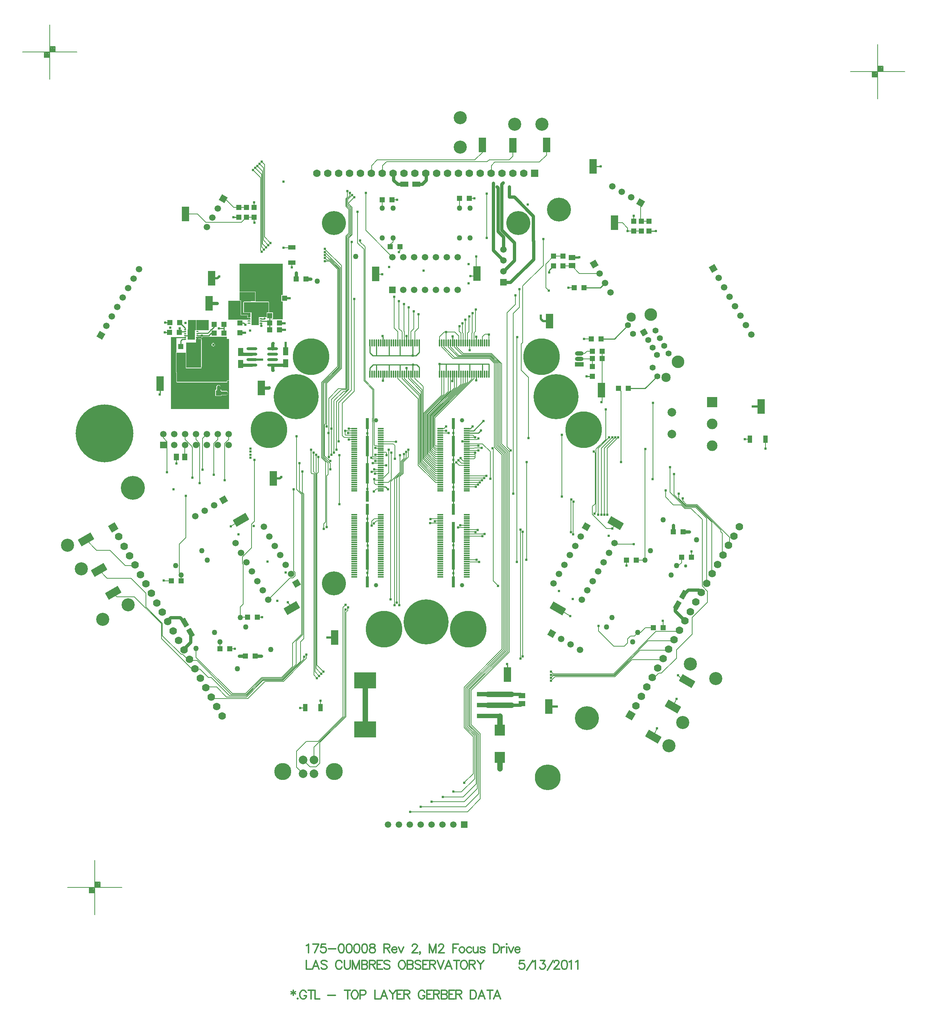
<source format=gtl>
%FSLAX23Y23*%
%MOIN*%
G70*
G01*
G75*
G04 Layer_Physical_Order=1*
G04 Layer_Color=255*
%ADD10R,0.050X0.050*%
%ADD11R,0.070X0.135*%
%ADD12R,0.050X0.050*%
%ADD13R,0.063X0.075*%
%ADD14R,0.048X0.078*%
%ADD15R,0.087X0.059*%
%ADD16R,0.059X0.051*%
%ADD17R,0.078X0.048*%
G04:AMPARAMS|DCode=18|XSize=78mil|YSize=48mil|CornerRadius=0mil|HoleSize=0mil|Usage=FLASHONLY|Rotation=120.000|XOffset=0mil|YOffset=0mil|HoleType=Round|Shape=Rectangle|*
%AMROTATEDRECTD18*
4,1,4,0.040,-0.022,-0.001,-0.046,-0.040,0.022,0.001,0.046,0.040,-0.022,0.0*
%
%ADD18ROTATEDRECTD18*%

G04:AMPARAMS|DCode=19|XSize=78mil|YSize=48mil|CornerRadius=0mil|HoleSize=0mil|Usage=FLASHONLY|Rotation=240.000|XOffset=0mil|YOffset=0mil|HoleType=Round|Shape=Rectangle|*
%AMROTATEDRECTD19*
4,1,4,-0.001,0.046,0.040,0.022,0.001,-0.046,-0.040,-0.022,-0.001,0.046,0.0*
%
%ADD19ROTATEDRECTD19*%

%ADD20R,0.051X0.059*%
%ADD21R,0.040X0.067*%
%ADD22O,0.012X0.069*%
G04:AMPARAMS|DCode=23|XSize=135mil|YSize=70mil|CornerRadius=0mil|HoleSize=0mil|Usage=FLASHONLY|Rotation=30.000|XOffset=0mil|YOffset=0mil|HoleType=Round|Shape=Rectangle|*
%AMROTATEDRECTD23*
4,1,4,-0.041,-0.064,-0.076,-0.003,0.041,0.064,0.076,0.003,-0.041,-0.064,0.0*
%
%ADD23ROTATEDRECTD23*%

G04:AMPARAMS|DCode=24|XSize=135mil|YSize=70mil|CornerRadius=0mil|HoleSize=0mil|Usage=FLASHONLY|Rotation=150.000|XOffset=0mil|YOffset=0mil|HoleType=Round|Shape=Rectangle|*
%AMROTATEDRECTD24*
4,1,4,0.076,-0.003,0.041,-0.064,-0.076,0.003,-0.041,0.064,0.076,-0.003,0.0*
%
%ADD24ROTATEDRECTD24*%

%ADD25R,0.067X0.040*%
%ADD26R,0.065X0.094*%
%ADD27O,0.024X0.010*%
%ADD28O,0.027X0.010*%
%ADD29R,0.060X0.126*%
%ADD30R,0.200X0.040*%
%ADD31R,0.200X0.150*%
%ADD32O,0.098X0.028*%
%ADD33R,0.094X0.102*%
%ADD34R,0.057X0.012*%
%ADD35R,0.025X0.185*%
%ADD36R,0.025X0.100*%
%ADD37C,0.010*%
%ADD38C,0.005*%
%ADD39C,0.030*%
%ADD40C,0.050*%
%ADD41C,0.020*%
%ADD42C,0.012*%
%ADD43C,0.008*%
%ADD44C,0.012*%
%ADD45C,0.012*%
%ADD46C,0.335*%
%ADD47C,0.531*%
%ADD48C,0.413*%
%ADD49C,0.236*%
%ADD50C,0.059*%
%ADD51P,0.084X4X375.0*%
%ADD52P,0.084X4X255.0*%
%ADD53R,0.059X0.059*%
%ADD54P,0.084X4X105.0*%
%ADD55R,0.059X0.059*%
%ADD56P,0.084X4X345.0*%
%ADD57C,0.219*%
%ADD58C,0.070*%
%ADD59P,0.099X4X345.0*%
%ADD60P,0.099X4X105.0*%
%ADD61C,0.050*%
%ADD62C,0.059*%
%ADD63R,0.059X0.059*%
%ADD64P,0.084X4X255.0*%
%ADD65C,0.120*%
%ADD66R,0.098X0.098*%
%ADD67C,0.098*%
%ADD68R,0.070X0.070*%
%ADD69C,0.079*%
%ADD70P,0.084X4X375.0*%
%ADD71C,0.085*%
%ADD72C,0.055*%
%ADD73C,0.116*%
%ADD74P,0.078X4X165.0*%
%ADD75C,0.220*%
%ADD76C,0.039*%
%ADD77C,0.157*%
%ADD78R,0.079X0.039*%
%ADD79O,0.079X0.039*%
%ADD80C,0.024*%
%ADD81C,0.030*%
%ADD82C,0.020*%
%ADD83C,0.026*%
G36*
X29664Y32610D02*
X29684D01*
Y32236D01*
Y32230D01*
X29668D01*
X29665Y32229D01*
X29664Y32226D01*
Y32217D01*
X29664Y32216D01*
X29663Y32216D01*
X29206D01*
X29205Y32216D01*
X29205Y32217D01*
Y32226D01*
Y32300D01*
Y32300D01*
X29205Y32301D01*
Y32302D01*
X29204Y32303D01*
X29204Y32304D01*
X29203Y32304D01*
X29203Y32304D01*
X29202Y32305D01*
X29201Y32306D01*
X29201Y32306D01*
Y32307D01*
Y32484D01*
X29201Y32485D01*
X29202Y32485D01*
X29287D01*
Y32346D01*
X29288Y32343D01*
X29291Y32341D01*
X29426D01*
X29429Y32343D01*
X29430Y32346D01*
Y32355D01*
X29434D01*
Y32600D01*
X29430Y32603D01*
Y32607D01*
X29434Y32610D01*
X29430D01*
X29429Y32613D01*
X29426Y32614D01*
X29406D01*
X29405Y32615D01*
X29402Y32615D01*
X29388D01*
X29385Y32615D01*
X29385Y32615D01*
X29381Y32620D01*
Y32629D01*
X29381Y32629D01*
X29381Y32629D01*
X29382Y32631D01*
X29423D01*
X29423Y32630D01*
X29429Y32627D01*
X29435Y32625D01*
X29441Y32627D01*
X29446Y32630D01*
X29447Y32631D01*
X29664D01*
Y32610D01*
D02*
G37*
G36*
X29381Y32776D02*
X29381Y32776D01*
X29380Y32770D01*
X29381Y32764D01*
X29381Y32763D01*
Y32700D01*
X29380Y32698D01*
X29379Y32695D01*
X29379Y32694D01*
X29376Y32690D01*
X29306D01*
Y32785D01*
X29381D01*
Y32776D01*
D02*
G37*
G36*
X29288Y32617D02*
X29201D01*
Y32489D01*
X29198Y32488D01*
X29197Y32485D01*
Y32306D01*
X29197Y32305D01*
Y32304D01*
X29197Y32303D01*
X29198Y32303D01*
X29198Y32303D01*
X29198Y32303D01*
X29199Y32301D01*
X29199D01*
X29200Y32301D01*
X29200Y32301D01*
X29201Y32300D01*
Y32300D01*
Y32226D01*
Y32216D01*
X29202Y32213D01*
X29205Y32211D01*
X29664D01*
X29667Y32213D01*
X29668Y32216D01*
Y32226D01*
X29684D01*
Y31966D01*
X29151D01*
Y32629D01*
X29288D01*
Y32617D01*
D02*
G37*
G36*
X29426Y32346D02*
X29291D01*
Y32578D01*
X29381D01*
Y32610D01*
X29426D01*
Y32346D01*
D02*
G37*
G36*
X29496Y32690D02*
X29398D01*
X29385Y32692D01*
X29384Y32694D01*
X29384Y32694D01*
X29383Y32694D01*
X29384Y32695D01*
X29383Y32695D01*
X29384Y32697D01*
X29384Y32698D01*
X29385Y32699D01*
X29385Y32700D01*
Y32763D01*
X29385Y32764D01*
X29385Y32764D01*
X29384Y32770D01*
X29385Y32775D01*
X29385Y32776D01*
X29385Y32776D01*
Y32785D01*
X29496D01*
Y32690D01*
D02*
G37*
G36*
X30046Y32948D02*
Y32853D01*
X30029D01*
Y32811D01*
X29953D01*
X29952Y32810D01*
X29891D01*
Y32855D01*
X29819D01*
Y32949D01*
X30045D01*
X30046Y32948D01*
D02*
G37*
G36*
X29924Y32956D02*
X29884D01*
X29881Y32953D01*
X29819D01*
X29816Y32952D01*
X29815Y32949D01*
Y32855D01*
X29816Y32852D01*
X29819Y32851D01*
X29881D01*
Y32813D01*
X29877Y32809D01*
X29858D01*
X29857Y32809D01*
X29856Y32810D01*
X29855Y32812D01*
X29854Y32813D01*
X29855Y32815D01*
X29856Y32817D01*
X29857Y32817D01*
X29857Y32818D01*
X29858Y32819D01*
X29858Y32820D01*
X29859Y32820D01*
X29858Y32821D01*
X29858Y32822D01*
X29857Y32827D01*
X29856Y32828D01*
X29856Y32829D01*
X29855Y32829D01*
X29855Y32830D01*
X29854Y32830D01*
X29853Y32830D01*
X29794D01*
Y32960D01*
X29793Y32963D01*
X29790Y32964D01*
X29779D01*
Y33041D01*
X29924D01*
Y32956D01*
D02*
G37*
G36*
X29790Y32826D02*
X29853D01*
X29854Y32821D01*
X29852Y32820D01*
X29851Y32817D01*
X29850Y32813D01*
X29851Y32810D01*
X29852Y32807D01*
X29855Y32805D01*
X29859Y32804D01*
X29876D01*
X29879Y32802D01*
Y32801D01*
Y32787D01*
X29677D01*
X29677Y32787D01*
X29677Y32787D01*
X29676Y32787D01*
Y32960D01*
X29790D01*
Y32826D01*
D02*
G37*
G36*
X30176Y33013D02*
X30164D01*
Y32955D01*
X30176D01*
Y32794D01*
X30172Y32790D01*
X30067D01*
Y32795D01*
X30087D01*
Y32853D01*
X30050D01*
Y32948D01*
X30050Y32948D01*
X30050Y32948D01*
X30050Y32949D01*
X30049Y32951D01*
X30049Y32951D01*
X30049Y32951D01*
X30048Y32952D01*
X30046Y32953D01*
X30045Y32953D01*
X29930D01*
X29928Y32956D01*
Y33041D01*
X29927Y33044D01*
X29924Y33045D01*
X29779D01*
Y33299D01*
X29779Y33299D01*
X29779Y33299D01*
X29780Y33301D01*
X30176D01*
Y33013D01*
D02*
G37*
%LPC*%
G36*
X29586Y32189D02*
X29578Y32188D01*
X29572Y32184D01*
X29568Y32177D01*
X29567Y32170D01*
Y32144D01*
X29557D01*
Y32086D01*
X29615D01*
Y32095D01*
X29656D01*
X29663Y32097D01*
X29670Y32101D01*
X29674Y32107D01*
X29675Y32115D01*
X29674Y32122D01*
X29670Y32129D01*
X29663Y32133D01*
X29656Y32134D01*
X29615D01*
Y32144D01*
X29605D01*
Y32170D01*
X29604Y32177D01*
X29600Y32184D01*
X29593Y32188D01*
X29586Y32189D01*
D02*
G37*
G36*
X29539Y32574D02*
X29533Y32573D01*
X29527Y32569D01*
X29524Y32564D01*
X29523Y32558D01*
X29524Y32552D01*
X29527Y32546D01*
X29533Y32543D01*
X29539Y32541D01*
X29545Y32543D01*
X29550Y32546D01*
X29554Y32552D01*
X29555Y32558D01*
X29554Y32564D01*
X29550Y32569D01*
X29545Y32573D01*
X29539Y32574D01*
D02*
G37*
%LPD*%
D10*
X32664Y33371D02*
D03*
Y33281D02*
D03*
X29784Y32756D02*
D03*
Y32666D02*
D03*
X29586Y32025D02*
D03*
Y32115D02*
D03*
X29241Y32540D02*
D03*
Y32450D02*
D03*
X29914Y33816D02*
D03*
Y33726D02*
D03*
X33399Y33691D02*
D03*
Y33601D02*
D03*
X33019Y32266D02*
D03*
Y32356D02*
D03*
X33539Y33601D02*
D03*
Y33691D02*
D03*
X29774Y33726D02*
D03*
Y33816D02*
D03*
X29844Y33726D02*
D03*
Y33816D02*
D03*
X33469Y33601D02*
D03*
Y33691D02*
D03*
X32749Y33371D02*
D03*
Y33281D02*
D03*
D11*
X29979Y32161D02*
D03*
X29049Y32201D02*
D03*
X29524Y33166D02*
D03*
X32628Y32774D02*
D03*
X34569Y31991D02*
D03*
X32619Y29236D02*
D03*
X30654Y29871D02*
D03*
X30089Y31331D02*
D03*
X32599Y34391D02*
D03*
X32289Y34386D02*
D03*
X32009Y34391D02*
D03*
X31029Y33206D02*
D03*
X31959Y33211D02*
D03*
X33028Y34195D02*
D03*
X32239Y29531D02*
D03*
X33104Y32141D02*
D03*
X29284Y33756D02*
D03*
X33224Y33676D02*
D03*
X29499Y32936D02*
D03*
D12*
X30058Y32759D02*
D03*
X30148D02*
D03*
X30103Y32984D02*
D03*
X30193D02*
D03*
X30148Y32824D02*
D03*
X30058D02*
D03*
X30148Y32694D02*
D03*
X30058D02*
D03*
X29436Y32750D02*
D03*
X29346D02*
D03*
X29231Y32760D02*
D03*
X29141D02*
D03*
X29136Y32670D02*
D03*
X29226D02*
D03*
X29546Y32745D02*
D03*
X29636D02*
D03*
X29546Y32665D02*
D03*
X29636D02*
D03*
X30299Y33161D02*
D03*
X30389D02*
D03*
X29834Y29701D02*
D03*
X29924D02*
D03*
X33854Y30841D02*
D03*
X33764D02*
D03*
X33019Y32496D02*
D03*
X33109D02*
D03*
X31089Y33886D02*
D03*
X31179D02*
D03*
X29599Y29766D02*
D03*
X29689D02*
D03*
X33839Y30606D02*
D03*
X33929D02*
D03*
X31164Y33456D02*
D03*
X31254D02*
D03*
X29854Y30056D02*
D03*
X29944D02*
D03*
X33424Y30581D02*
D03*
X33334D02*
D03*
X33009Y32611D02*
D03*
X33099D02*
D03*
X33259Y32156D02*
D03*
X33349D02*
D03*
X32854Y33081D02*
D03*
X32944D02*
D03*
X33109Y32431D02*
D03*
X33019D02*
D03*
X31799Y33901D02*
D03*
X31889D02*
D03*
X29244Y30391D02*
D03*
X29154D02*
D03*
X33579Y29961D02*
D03*
X33669D02*
D03*
D13*
X29863Y32899D02*
D03*
X29753D02*
D03*
X29998D02*
D03*
X30108D02*
D03*
D14*
X30204Y32496D02*
D03*
Y32386D02*
D03*
X29789Y32491D02*
D03*
Y32381D02*
D03*
D15*
X29391Y32014D02*
D03*
Y32266D02*
D03*
X29863Y33255D02*
D03*
Y33003D02*
D03*
D16*
X32374Y29338D02*
D03*
Y29263D02*
D03*
X32834Y33283D02*
D03*
Y33358D02*
D03*
D17*
X31404Y34031D02*
D03*
X31294D02*
D03*
D18*
X29276Y30008D02*
D03*
X29331Y29913D02*
D03*
D19*
X33801Y30168D02*
D03*
X33856Y30263D02*
D03*
D20*
X29201Y31526D02*
D03*
X29276D02*
D03*
D21*
X30383Y29226D02*
D03*
X30525D02*
D03*
X34468Y31691D02*
D03*
X34610D02*
D03*
D22*
X31430Y32574D02*
D03*
X31411D02*
D03*
X31391D02*
D03*
X31371D02*
D03*
X31352D02*
D03*
X31332D02*
D03*
X31312D02*
D03*
X31292D02*
D03*
X31273D02*
D03*
X31253D02*
D03*
X31233D02*
D03*
X31214D02*
D03*
X31194D02*
D03*
X31174D02*
D03*
X31155D02*
D03*
X31135D02*
D03*
X31115D02*
D03*
X31096D02*
D03*
X31076D02*
D03*
X31056D02*
D03*
X31037D02*
D03*
X31017D02*
D03*
X30997D02*
D03*
X30978D02*
D03*
X31430Y32288D02*
D03*
X31411D02*
D03*
X31391D02*
D03*
X31371D02*
D03*
X31352D02*
D03*
X31332D02*
D03*
X31312D02*
D03*
X31292D02*
D03*
X31273D02*
D03*
X31253D02*
D03*
X31233D02*
D03*
X31214D02*
D03*
X31194D02*
D03*
X31174D02*
D03*
X31155D02*
D03*
X31135D02*
D03*
X31115D02*
D03*
X31096D02*
D03*
X31076D02*
D03*
X31056D02*
D03*
X31037D02*
D03*
X31017D02*
D03*
X30997D02*
D03*
X30978D02*
D03*
X32070Y32574D02*
D03*
X32051D02*
D03*
X32031D02*
D03*
X32011D02*
D03*
X31992D02*
D03*
X31972D02*
D03*
X31952D02*
D03*
X31932D02*
D03*
X31913D02*
D03*
X31893D02*
D03*
X31873D02*
D03*
X31854D02*
D03*
X31834D02*
D03*
X31814D02*
D03*
X31795D02*
D03*
X31775D02*
D03*
X31755D02*
D03*
X31736D02*
D03*
X31716D02*
D03*
X31696D02*
D03*
X31677D02*
D03*
X31657D02*
D03*
X31637D02*
D03*
X31618D02*
D03*
X32070Y32288D02*
D03*
X32051D02*
D03*
X32031D02*
D03*
X32011D02*
D03*
X31992D02*
D03*
X31972D02*
D03*
X31952D02*
D03*
X31932D02*
D03*
X31913D02*
D03*
X31893D02*
D03*
X31873D02*
D03*
X31854D02*
D03*
X31834D02*
D03*
X31814D02*
D03*
X31795D02*
D03*
X31775D02*
D03*
X31755D02*
D03*
X31736D02*
D03*
X31716D02*
D03*
X31696D02*
D03*
X31677D02*
D03*
X31657D02*
D03*
X31637D02*
D03*
X31618D02*
D03*
D23*
X28369Y30771D02*
D03*
X28489Y30491D02*
D03*
X28619Y30281D02*
D03*
X30259Y30141D02*
D03*
X29794Y30951D02*
D03*
D24*
X33579Y28961D02*
D03*
X33759Y29236D02*
D03*
X33889Y29471D02*
D03*
X33234Y30921D02*
D03*
X32704Y30136D02*
D03*
D25*
X30259Y33310D02*
D03*
Y33452D02*
D03*
D26*
X29338Y32651D02*
D03*
X29923Y32784D02*
D03*
D27*
X29395Y32659D02*
D03*
Y32642D02*
D03*
Y32624D02*
D03*
Y32606D02*
D03*
X29281D02*
D03*
Y32624D02*
D03*
Y32642D02*
D03*
Y32659D02*
D03*
Y32677D02*
D03*
Y32695D02*
D03*
X29395Y32677D02*
D03*
Y32695D02*
D03*
D28*
X29978Y32813D02*
D03*
X29978Y32794D02*
D03*
X29978Y32774D02*
D03*
Y32754D02*
D03*
X29867D02*
D03*
Y32774D02*
D03*
Y32794D02*
D03*
Y32813D02*
D03*
D29*
X29362Y32431D02*
D03*
X29606D02*
D03*
D30*
X32059Y29351D02*
D03*
Y29251D02*
D03*
Y29151D02*
D03*
D31*
X30934Y29026D02*
D03*
Y29476D02*
D03*
D32*
X29892Y32521D02*
D03*
Y32471D02*
D03*
Y32421D02*
D03*
Y32371D02*
D03*
X30085Y32521D02*
D03*
Y32471D02*
D03*
Y32421D02*
D03*
Y32371D02*
D03*
D33*
X32169Y28770D02*
D03*
Y29022D02*
D03*
D34*
X30833Y30428D02*
D03*
Y30448D02*
D03*
Y30468D02*
D03*
Y30487D02*
D03*
Y30507D02*
D03*
Y30527D02*
D03*
Y30546D02*
D03*
Y30566D02*
D03*
Y30586D02*
D03*
Y30605D02*
D03*
Y30625D02*
D03*
Y30645D02*
D03*
Y30664D02*
D03*
Y30684D02*
D03*
Y30704D02*
D03*
Y30723D02*
D03*
Y30743D02*
D03*
Y30763D02*
D03*
Y30783D02*
D03*
Y30802D02*
D03*
Y30822D02*
D03*
Y30842D02*
D03*
Y30861D02*
D03*
Y30881D02*
D03*
Y30901D02*
D03*
Y30920D02*
D03*
Y30940D02*
D03*
Y30960D02*
D03*
Y30979D02*
D03*
Y30999D02*
D03*
Y31216D02*
D03*
Y31235D02*
D03*
Y31255D02*
D03*
Y31275D02*
D03*
Y31294D02*
D03*
Y31314D02*
D03*
Y31334D02*
D03*
Y31353D02*
D03*
Y31373D02*
D03*
Y31393D02*
D03*
Y31412D02*
D03*
Y31432D02*
D03*
Y31452D02*
D03*
Y31472D02*
D03*
Y31491D02*
D03*
Y31511D02*
D03*
Y31531D02*
D03*
Y31550D02*
D03*
Y31570D02*
D03*
Y31590D02*
D03*
Y31609D02*
D03*
Y31629D02*
D03*
Y31649D02*
D03*
Y31668D02*
D03*
Y31688D02*
D03*
Y31708D02*
D03*
Y31727D02*
D03*
Y31747D02*
D03*
Y31767D02*
D03*
Y31786D02*
D03*
D03*
X31077Y30428D02*
D03*
Y30448D02*
D03*
Y30468D02*
D03*
Y30487D02*
D03*
Y30507D02*
D03*
Y30527D02*
D03*
Y30546D02*
D03*
Y30566D02*
D03*
Y30586D02*
D03*
Y30605D02*
D03*
Y30625D02*
D03*
Y30645D02*
D03*
Y30664D02*
D03*
Y30684D02*
D03*
Y30704D02*
D03*
Y30723D02*
D03*
Y30743D02*
D03*
Y30763D02*
D03*
Y30783D02*
D03*
Y30802D02*
D03*
Y30822D02*
D03*
Y30842D02*
D03*
Y30861D02*
D03*
Y30881D02*
D03*
Y30901D02*
D03*
Y30920D02*
D03*
Y30940D02*
D03*
Y30960D02*
D03*
Y30979D02*
D03*
Y30999D02*
D03*
Y31216D02*
D03*
Y31235D02*
D03*
Y31255D02*
D03*
Y31275D02*
D03*
Y31294D02*
D03*
Y31314D02*
D03*
Y31334D02*
D03*
Y31353D02*
D03*
Y31373D02*
D03*
Y31393D02*
D03*
Y31412D02*
D03*
Y31432D02*
D03*
Y31452D02*
D03*
Y31472D02*
D03*
Y31491D02*
D03*
Y31511D02*
D03*
Y31531D02*
D03*
Y31550D02*
D03*
Y31570D02*
D03*
Y31590D02*
D03*
Y31609D02*
D03*
Y31629D02*
D03*
Y31649D02*
D03*
Y31668D02*
D03*
Y31688D02*
D03*
Y31708D02*
D03*
Y31727D02*
D03*
Y31747D02*
D03*
Y31767D02*
D03*
Y31786D02*
D03*
X31623Y30428D02*
D03*
Y30448D02*
D03*
Y30468D02*
D03*
Y30487D02*
D03*
Y30507D02*
D03*
Y30527D02*
D03*
Y30546D02*
D03*
Y30566D02*
D03*
Y30586D02*
D03*
Y30605D02*
D03*
Y30625D02*
D03*
Y30645D02*
D03*
Y30664D02*
D03*
Y30684D02*
D03*
Y30704D02*
D03*
Y30723D02*
D03*
Y30743D02*
D03*
Y30763D02*
D03*
Y30783D02*
D03*
Y30802D02*
D03*
Y30822D02*
D03*
Y30842D02*
D03*
Y30861D02*
D03*
Y30881D02*
D03*
Y30901D02*
D03*
Y30920D02*
D03*
Y30940D02*
D03*
Y30960D02*
D03*
Y30979D02*
D03*
Y30999D02*
D03*
Y31216D02*
D03*
Y31235D02*
D03*
Y31255D02*
D03*
Y31275D02*
D03*
Y31294D02*
D03*
Y31314D02*
D03*
Y31334D02*
D03*
Y31353D02*
D03*
Y31373D02*
D03*
Y31393D02*
D03*
Y31412D02*
D03*
Y31432D02*
D03*
Y31452D02*
D03*
Y31472D02*
D03*
Y31491D02*
D03*
Y31511D02*
D03*
Y31531D02*
D03*
Y31550D02*
D03*
Y31570D02*
D03*
Y31590D02*
D03*
Y31609D02*
D03*
Y31629D02*
D03*
Y31649D02*
D03*
Y31668D02*
D03*
Y31688D02*
D03*
Y31708D02*
D03*
Y31727D02*
D03*
Y31747D02*
D03*
Y31767D02*
D03*
Y31786D02*
D03*
D03*
X31867Y30428D02*
D03*
Y30448D02*
D03*
Y30468D02*
D03*
Y30487D02*
D03*
Y30507D02*
D03*
Y30527D02*
D03*
Y30546D02*
D03*
Y30566D02*
D03*
Y30586D02*
D03*
Y30605D02*
D03*
Y30625D02*
D03*
Y30645D02*
D03*
Y30664D02*
D03*
Y30684D02*
D03*
Y30704D02*
D03*
Y30723D02*
D03*
Y30743D02*
D03*
Y30763D02*
D03*
Y30783D02*
D03*
Y30802D02*
D03*
Y30822D02*
D03*
Y30842D02*
D03*
Y30861D02*
D03*
Y30881D02*
D03*
Y30901D02*
D03*
Y30920D02*
D03*
Y30940D02*
D03*
Y30960D02*
D03*
Y30979D02*
D03*
Y30999D02*
D03*
Y31216D02*
D03*
Y31235D02*
D03*
Y31255D02*
D03*
Y31275D02*
D03*
Y31294D02*
D03*
Y31314D02*
D03*
Y31334D02*
D03*
Y31353D02*
D03*
Y31373D02*
D03*
Y31393D02*
D03*
Y31412D02*
D03*
Y31432D02*
D03*
Y31452D02*
D03*
Y31472D02*
D03*
Y31491D02*
D03*
Y31511D02*
D03*
Y31531D02*
D03*
Y31550D02*
D03*
Y31570D02*
D03*
Y31590D02*
D03*
Y31609D02*
D03*
Y31629D02*
D03*
Y31649D02*
D03*
Y31668D02*
D03*
Y31688D02*
D03*
Y31708D02*
D03*
Y31727D02*
D03*
Y31747D02*
D03*
Y31767D02*
D03*
Y31786D02*
D03*
D35*
X30955Y30839D02*
D03*
Y30589D02*
D03*
Y31376D02*
D03*
Y31626D02*
D03*
X31745Y30839D02*
D03*
Y30589D02*
D03*
Y31376D02*
D03*
Y31626D02*
D03*
D36*
X30955Y30381D02*
D03*
Y31834D02*
D03*
Y31169D02*
D03*
Y31046D02*
D03*
X31745Y30381D02*
D03*
Y31834D02*
D03*
Y31169D02*
D03*
Y31046D02*
D03*
D37*
X30955Y30381D02*
Y30465D01*
X30956Y30466D01*
X30955Y30465D02*
X30955Y30465D01*
X30955Y30714D02*
X30956Y30713D01*
X30955Y30962D02*
X30955Y30962D01*
Y31046D01*
X31745Y30381D02*
Y30460D01*
Y30718D02*
X31745Y30718D01*
Y30839D01*
X31745Y31046D02*
X31745Y31046D01*
X31745Y31252D02*
X31745Y31252D01*
Y31376D01*
X31745Y31376D02*
Y31501D01*
Y31749D02*
X31745Y31749D01*
Y31834D01*
X31371Y32288D02*
Y32373D01*
X31253Y32288D02*
Y32372D01*
X31155Y32288D02*
Y32371D01*
X31037Y32288D02*
Y32372D01*
X30978Y32288D02*
Y32345D01*
X31006Y32374D01*
X31408D02*
X31430Y32351D01*
Y32288D02*
Y32351D01*
X31371Y32459D02*
Y32574D01*
X31253Y32460D02*
Y32574D01*
X31155Y32460D02*
Y32574D01*
X31037Y32460D02*
Y32574D01*
X30978Y32483D02*
Y32574D01*
Y32483D02*
X31002Y32459D01*
X31400D02*
X31430Y32489D01*
Y32574D01*
X31618Y32288D02*
Y32381D01*
X32070Y32288D02*
Y32381D01*
X31867Y31786D02*
X31898D01*
X31919Y31808D01*
X31867Y31767D02*
X31929D01*
X31867Y31747D02*
X31974D01*
X31997Y31770D01*
X30955Y31376D02*
Y31626D01*
Y31745D01*
Y31834D01*
Y31169D02*
Y31235D01*
Y31376D01*
X31077Y31255D02*
X31120D01*
X31143Y31232D01*
X30832Y31709D02*
X30833Y31708D01*
X33099Y32611D02*
X33222D01*
X33347Y32736D01*
X33349Y32156D02*
X33504D01*
X33617Y32268D01*
X33539Y33601D02*
X33605D01*
X32967Y32266D02*
X33019D01*
X32966Y32267D02*
X32967Y32266D01*
X29726Y33726D02*
X29774D01*
X29725Y33727D02*
X29726Y33726D01*
X31096Y32574D02*
Y32637D01*
X31095Y32638D02*
X31096Y32637D01*
X31312Y32574D02*
Y32637D01*
X31312Y32637D02*
X31312Y32637D01*
Y32288D02*
Y32344D01*
X31313Y32345D01*
X31096Y32229D02*
Y32288D01*
Y32229D02*
X31096Y32229D01*
X31952Y32232D02*
Y32288D01*
Y32232D02*
X31953Y32231D01*
X31736Y32224D02*
Y32288D01*
X31735Y32223D02*
X31736Y32224D01*
Y32574D02*
Y32634D01*
X31736Y32634D01*
X31952Y32632D02*
X31952Y32632D01*
Y32574D02*
Y32632D01*
X29252Y32606D02*
X29281D01*
X29241Y32595D02*
X29252Y32606D01*
X29241Y32560D02*
Y32595D01*
X29395Y32642D02*
X29435D01*
X29435Y32642D01*
X29281Y32642D02*
X29329D01*
X29338Y32651D01*
X29233Y32677D02*
X29281D01*
X29229Y32673D02*
Y32709D01*
Y32673D02*
X29233Y32677D01*
X29093Y32670D02*
X29136D01*
X29281Y32695D02*
Y32710D01*
X29231Y32760D02*
X29281Y32710D01*
X29097Y32760D02*
X29141D01*
X29395Y32659D02*
X29398Y32663D01*
X29519Y32665D02*
X29546D01*
X29496Y32642D02*
X29519Y32665D01*
X29435Y32642D02*
X29496D01*
X29636Y32665D02*
Y32706D01*
Y32745D01*
X29589Y32706D02*
X29636D01*
X29398Y32663D02*
X29488D01*
X29546Y32721D02*
Y32745D01*
X29488Y32663D02*
X29512Y32687D01*
Y32694D01*
X29517Y32699D01*
X29524D01*
X29546Y32721D01*
X32018Y31856D02*
X32020D01*
X31929Y31767D02*
X32018Y31856D01*
X29978Y32731D02*
Y32754D01*
Y32731D02*
X29979Y32731D01*
X29978Y32774D02*
X30043D01*
X30058Y32759D01*
Y32694D02*
Y32759D01*
Y32824D01*
X29783Y32774D02*
X29783Y32774D01*
X29817Y32756D02*
X29832Y32741D01*
X29784Y32756D02*
X29817D01*
X33028Y34195D02*
X33096D01*
X29049Y32102D02*
Y32201D01*
X29048Y32101D02*
X29049Y32102D01*
X32239Y29531D02*
Y29625D01*
X32236Y29628D02*
X32239Y29625D01*
X29978Y32794D02*
X30009D01*
X30011Y32796D01*
X31006Y32374D02*
X31372D01*
X31408D01*
X31371Y32373D02*
X31372Y32374D01*
X31677Y32288D02*
Y32381D01*
X31795Y32288D02*
Y32381D01*
X31893Y32288D02*
Y32381D01*
X32011Y32288D02*
Y32381D01*
X31618D02*
X31677D01*
X31795D01*
X31893D01*
X32011D01*
X32070D01*
X32624Y33241D02*
X32664Y33281D01*
X32624Y33222D02*
Y33241D01*
X30956Y30466D02*
Y30713D01*
X30955Y30714D02*
Y30962D01*
X31745Y30460D02*
Y30718D01*
Y31046D02*
Y31252D01*
Y31501D02*
Y31749D01*
X31002Y32459D02*
X31400D01*
X32944Y33081D02*
X33092D01*
X33136Y33125D01*
D38*
X31867Y31629D02*
X31868Y31630D01*
X31972D01*
X33046Y31098D02*
Y31565D01*
X33021Y31073D02*
X33046Y31098D01*
X33021Y31000D02*
Y31073D01*
Y31000D02*
X33150Y30872D01*
X33204D01*
X33224Y30736D02*
X33231Y30729D01*
X33400D01*
X33204Y30872D02*
X33234Y30921D01*
X32704Y30136D02*
X32817Y30069D01*
X32155Y30345D02*
X32157D01*
X31867Y31609D02*
X32005Y31610D01*
X29700Y30892D02*
X29794Y30951D01*
X30225Y30194D02*
X30259Y30141D01*
X30044Y30216D02*
X30245Y30417D01*
X30269D01*
X30290Y30438D01*
Y30468D01*
X30277Y30480D02*
X30290Y30468D01*
X30277Y30480D02*
Y31231D01*
X31029Y33206D02*
X31030Y33205D01*
X31091D01*
X31867Y31590D02*
X31869Y31588D01*
X31974D01*
X32237Y31621D02*
X32269Y31589D01*
X32237Y31621D02*
Y32851D01*
X32312Y32926D01*
Y33010D01*
X31955Y33207D02*
Y33366D01*
X31935Y33187D02*
X31955Y33207D01*
X31901Y33187D02*
X31935D01*
X30939Y33606D02*
X31184Y33361D01*
X30939Y33606D02*
Y33951D01*
X31536Y30960D02*
X31623D01*
X31533Y30957D02*
X31536Y30960D01*
X33040Y31008D02*
X33055Y31023D01*
Y31600D01*
X33142Y31687D01*
Y31963D01*
X31017Y30960D02*
X31077D01*
X30993Y30936D02*
X31017Y30960D01*
X30993Y30897D02*
Y30936D01*
X31036Y30940D02*
X31077D01*
X31013Y30917D02*
X31036Y30940D01*
X31574D02*
X31623D01*
X31574Y30939D02*
X31574Y30940D01*
X31623Y30921D02*
X31623Y30920D01*
X31529Y30921D02*
X31623D01*
X33158Y30996D02*
Y31606D01*
X33258Y31706D01*
X33130Y30996D02*
Y31606D01*
X33230Y31706D01*
X33102Y30996D02*
Y31606D01*
X33202Y31706D01*
X33074Y30996D02*
Y31606D01*
X33174Y31706D01*
X31574Y31634D02*
X31579Y31629D01*
X31565Y31623D02*
X31579Y31609D01*
X31556Y31613D02*
X31579Y31590D01*
X31547Y31602D02*
X31579Y31570D01*
X31538Y31591D02*
X31579Y31550D01*
X31529Y31581D02*
X31579Y31531D01*
X31520Y31570D02*
X31579Y31511D01*
X31511Y31559D02*
X31579Y31491D01*
X31502Y31549D02*
X31579Y31472D01*
X31493Y31538D02*
X31579Y31452D01*
X31484Y31527D02*
X31579Y31432D01*
X31475Y31516D02*
X31579Y31412D01*
X31466Y31506D02*
X31579Y31393D01*
X31457Y31495D02*
X31579Y31373D01*
X31448Y31484D02*
X31579Y31353D01*
X31439Y31474D02*
X31579Y31334D01*
X31430Y31463D02*
X31579Y31314D01*
X31421Y31452D02*
X31579Y31294D01*
X31932Y32248D02*
Y32288D01*
X31493Y31923D02*
X31696Y32126D01*
X31484Y31927D02*
X31657Y32100D01*
X31475Y31930D02*
X31637Y32093D01*
X31391Y32248D02*
X31466Y32173D01*
X31391Y32248D02*
Y32288D01*
X31352Y32248D02*
X31457Y32143D01*
X31352Y32248D02*
Y32288D01*
X31332Y32248D02*
X31448Y32132D01*
X31332Y32248D02*
Y32288D01*
X31292Y32248D02*
X31439Y32102D01*
X31292Y32248D02*
Y32288D01*
X31273Y32248D02*
X31430Y32091D01*
X31273Y32248D02*
Y32288D01*
X31233Y32248D02*
X31421Y32061D01*
X31233Y32248D02*
Y32288D01*
X31574Y31889D02*
X31932Y32248D01*
X31565Y31893D02*
X31913Y32241D01*
X31556Y31897D02*
X31873Y32214D01*
X31547Y31901D02*
X31854Y32207D01*
X31538Y31904D02*
X31834Y32200D01*
X31529Y31908D02*
X31814Y32194D01*
X31520Y31912D02*
X31775Y32167D01*
X31511Y31916D02*
X31755Y32160D01*
X31502Y31919D02*
X31716Y32133D01*
X31579Y31472D02*
X31623D01*
X31502Y31549D02*
Y31919D01*
X31716Y32133D02*
Y32288D01*
X31579Y31452D02*
X31623D01*
X31493Y31538D02*
Y31923D01*
X31696Y32126D02*
Y32288D01*
X31579Y31432D02*
X31623D01*
X31484Y31527D02*
Y31927D01*
X31657Y32100D02*
Y32288D01*
X31579Y31412D02*
X31623D01*
X31475Y31516D02*
Y31930D01*
X31637Y32093D02*
Y32288D01*
X31579Y31393D02*
X31623D01*
X31466Y31506D02*
Y32173D01*
X31579Y31373D02*
X31623D01*
X31457Y31495D02*
Y32143D01*
X31579Y31353D02*
X31623D01*
X31448Y31484D02*
Y32132D01*
X31579Y31334D02*
X31623D01*
X31439Y31474D02*
Y32102D01*
X31579Y31314D02*
X31623D01*
X31430Y31463D02*
Y32091D01*
X31579Y31294D02*
X31623D01*
X31421Y31452D02*
Y32061D01*
X31579Y31491D02*
X31623D01*
X31511Y31559D02*
Y31916D01*
X31755Y32160D02*
Y32288D01*
X31579Y31511D02*
X31623D01*
X31520Y31570D02*
Y31912D01*
X31775Y32167D02*
Y32288D01*
X31579Y31531D02*
X31623D01*
X31529Y31581D02*
Y31908D01*
X31814Y32194D02*
Y32288D01*
X31579Y31550D02*
X31623D01*
X31538Y31591D02*
Y31904D01*
X31834Y32200D02*
Y32288D01*
X31579Y31570D02*
X31623D01*
X31547Y31602D02*
Y31901D01*
X31854Y32207D02*
Y32288D01*
X31579Y31590D02*
X31623D01*
X31556Y31613D02*
Y31897D01*
X31873Y32214D02*
Y32288D01*
X31579Y31609D02*
X31623D01*
X31565Y31623D02*
Y31893D01*
X31913Y32241D02*
Y32288D01*
X31579Y31629D02*
X31623D01*
X31574Y31634D02*
Y31889D01*
X31094Y34147D02*
Y34202D01*
X32094Y34147D02*
Y34202D01*
X32125Y34233D01*
X32534D01*
X32599Y34298D01*
Y34391D01*
X31094Y34202D02*
X31129Y34237D01*
X32055D01*
X32073Y34255D01*
X32256D01*
X32289Y34288D01*
Y34386D01*
X30259Y33267D02*
Y33310D01*
X30182Y33449D02*
X30256D01*
X30259Y33452D01*
X29995Y29476D02*
X30074D01*
X30074Y29476D01*
X30074Y29476D01*
X30177D01*
X30371Y29670D01*
X29992Y29485D02*
X30173D01*
X30339Y29651D01*
X29845Y29339D02*
X29992Y29485D01*
X29842Y29348D02*
X29988Y29494D01*
X30170D01*
X30300Y29625D01*
X29984Y29503D02*
X30166D01*
X30267Y29605D01*
X29838Y29357D02*
X29984Y29503D01*
X31945Y30842D02*
X31948Y30839D01*
X32380Y29697D02*
Y30842D01*
Y29697D02*
X32380Y29697D01*
X32360Y29677D02*
Y30862D01*
X31867Y30861D02*
X31965D01*
X31867Y30842D02*
X31945D01*
X30371Y29670D02*
Y29690D01*
X30375Y29695D01*
X30182Y29467D02*
X30395Y29680D01*
Y29715D01*
X31623Y31767D02*
X31676D01*
X31678Y31769D01*
X30303Y31231D02*
Y31716D01*
Y31231D02*
X30351Y31183D01*
Y29900D02*
Y31183D01*
X30267Y29605D02*
Y29816D01*
X30351Y29900D01*
X30300Y29625D02*
Y29836D01*
X30360Y29896D01*
Y31187D01*
X30330Y31217D02*
X30360Y31187D01*
X30330Y31217D02*
Y31470D01*
X31002D02*
X31075D01*
X31077Y31472D01*
X30993Y31393D02*
X31077D01*
X30992Y31392D02*
X30993Y31393D01*
X30358Y31201D02*
X30369Y31191D01*
Y29862D02*
Y31191D01*
X30339Y29651D02*
Y29832D01*
X30358Y31201D02*
Y31393D01*
X30339Y29832D02*
X30369Y29862D01*
X30381Y29224D02*
X30383Y29226D01*
X30338Y29224D02*
X30381D01*
X30525Y29226D02*
Y29295D01*
X28730Y30532D02*
X28807D01*
X28591Y30672D02*
X28730Y30532D01*
X28468Y30672D02*
X28591D01*
X28369Y30771D02*
X28468Y30672D01*
X29242Y29717D02*
X29257D01*
X29071Y29888D02*
Y30001D01*
X28920Y30152D02*
X29071Y30001D01*
X28920Y30152D02*
Y30278D01*
X28783Y30415D02*
X28920Y30278D01*
X28565Y30415D02*
X28783D01*
X28489Y30491D02*
X28565Y30415D01*
X29071Y29888D02*
X29242Y29717D01*
X29062Y29860D02*
X29342Y29580D01*
X28813Y30245D02*
X29062Y29996D01*
X28654Y30245D02*
X28813D01*
X28619Y30280D02*
X28654Y30245D01*
X28619Y30280D02*
Y30281D01*
X29062Y29860D02*
Y29996D01*
X34281Y30706D02*
Y30791D01*
X33980Y31091D02*
X34281Y30791D01*
X33884Y31091D02*
X33980D01*
X33849Y31127D02*
X33884Y31091D01*
X34201Y30841D02*
Y30858D01*
X33976Y31082D02*
X34201Y30858D01*
X33880Y31082D02*
X33976D01*
X33814Y31149D02*
X33880Y31082D01*
X33877Y31073D02*
X33973D01*
X33769Y31181D02*
X33877Y31073D01*
X33769Y31181D02*
Y31372D01*
X33873Y31064D02*
X33969D01*
X33734Y31204D02*
X33873Y31064D01*
X33734Y31204D02*
Y31435D01*
X33581Y29493D02*
X33631Y29543D01*
X33654D01*
X33792Y29681D02*
Y29757D01*
X33936Y29901D01*
X34078Y30195D02*
Y30294D01*
X34029Y30343D02*
X34078Y30294D01*
X34029Y30343D02*
Y30954D01*
X33927Y31055D02*
X34029Y30954D01*
X33869Y31055D02*
X33927D01*
X33837Y31088D02*
X33869Y31055D01*
X33764Y31088D02*
X33837D01*
X33692Y31160D02*
X33764Y31088D01*
X33654Y29543D02*
X33792Y29681D01*
X33936Y29901D02*
Y30053D01*
X34078Y30195D01*
X31939Y30822D02*
X31940Y30820D01*
X32001D01*
X32002Y30822D01*
X32031D01*
X32822Y30838D02*
Y31133D01*
X32827Y31138D01*
X32842Y30818D02*
Y31113D01*
X32847Y31118D01*
X31867Y30802D02*
X32011D01*
X31867Y30822D02*
X31939D01*
X33849Y31127D02*
Y31148D01*
Y31149D01*
Y31148D02*
X33850Y31149D01*
X33814Y31149D02*
Y31191D01*
Y31192D01*
Y31191D02*
X33815Y31192D01*
X31022Y31373D02*
X31077D01*
X31022Y31373D02*
X31022Y31373D01*
X31077Y31452D02*
X31126D01*
X31126Y31452D01*
X31623Y31747D02*
X31700D01*
X31701Y31748D01*
X32741Y31164D02*
Y31731D01*
X33692Y31160D02*
Y31220D01*
X33859Y29471D02*
X33889D01*
X33807Y29523D02*
X33859Y29471D01*
X33759Y29236D02*
X33794Y29308D01*
X33579Y28961D02*
X33613Y29037D01*
X34420Y31691D02*
X34468D01*
X34419Y31690D02*
X34420Y31691D01*
X34610Y31604D02*
Y31691D01*
Y31604D02*
X34611Y31603D01*
X31948Y31255D02*
X31949Y31254D01*
X31968Y31275D02*
X31969Y31274D01*
X31988Y31294D02*
X31988Y31293D01*
X32007Y31314D02*
X32008Y31313D01*
X32027Y31334D02*
X32028Y31333D01*
X32047Y31353D02*
X32048Y31353D01*
X31867Y31255D02*
X31948D01*
X31867Y31275D02*
X31968D01*
X31867Y31294D02*
X31988D01*
X31867Y31314D02*
X32007D01*
X31867Y31334D02*
X32027D01*
X31867Y31353D02*
X32047D01*
X29679Y31687D02*
Y31736D01*
X29643Y31651D02*
X29679Y31687D01*
X29642Y31313D02*
X29643Y31314D01*
X29579Y31687D02*
Y31736D01*
X29543Y31651D02*
X29579Y31687D01*
X29543Y31363D02*
X29543Y31363D01*
X29439Y31696D02*
X29479Y31736D01*
X29379Y31687D02*
Y31736D01*
Y31687D02*
X29415Y31651D01*
X29414Y31288D02*
X29415Y31289D01*
X29279Y31687D02*
Y31736D01*
Y31687D02*
X29343Y31623D01*
Y31617D02*
Y31623D01*
Y31617D02*
X29347Y31613D01*
X29079Y31704D02*
Y31736D01*
Y31704D02*
X29115Y31668D01*
X29114Y31389D02*
X29115Y31390D01*
X29201Y31469D02*
Y31526D01*
X29201Y31469D02*
X29201Y31469D01*
X29276Y31531D02*
Y31633D01*
X29279Y31636D01*
X29244Y30391D02*
Y30444D01*
X29084Y30391D02*
X29154D01*
X29082Y30393D02*
X29084Y30391D01*
X29790Y30056D02*
X29854D01*
X29944D02*
X29986D01*
X29988Y30058D01*
X29599Y29766D02*
Y29831D01*
X29689Y29766D02*
X29736D01*
X29788Y30054D02*
Y30151D01*
X29813Y30176D01*
X29808Y30547D02*
Y30612D01*
X29813Y30176D02*
Y30543D01*
X29808Y30547D02*
X29813Y30543D01*
X29808Y30612D02*
X29891Y30695D01*
Y30912D01*
X29916Y30936D01*
Y31500D01*
X31206Y31510D02*
Y31634D01*
X31191Y31649D02*
X31206Y31634D01*
X31077Y31649D02*
X31191D01*
X31075Y31549D02*
X31077Y31550D01*
X30696Y31095D02*
Y31545D01*
X29287Y30787D02*
Y31172D01*
X29227Y30727D02*
X29287Y30787D01*
X29227Y30461D02*
Y30727D01*
X33438Y29916D02*
X33462D01*
X33507Y29961D01*
X33579D01*
X33669D02*
Y30022D01*
X33668Y30023D02*
X33669Y30022D01*
X33425Y30582D02*
X33505D01*
X33334Y30533D02*
Y30581D01*
X33333Y30532D02*
X33334Y30533D01*
X33793Y30530D02*
X33810D01*
X33839Y30559D01*
Y30606D01*
X33929D02*
Y30662D01*
X33034Y31578D02*
X33046Y31565D01*
X33505Y31602D02*
X33507D01*
X31077Y31668D02*
X31218D01*
X33505Y30582D02*
Y31602D01*
X33344Y29858D02*
X33371Y29885D01*
X33217Y29791D02*
X33313D01*
X33076Y29932D02*
X33217Y29791D01*
X33076Y29932D02*
Y29978D01*
X31167Y30222D02*
Y31300D01*
X31255Y31388D01*
Y31543D01*
X31129D02*
Y31566D01*
X31125Y31570D02*
X31129Y31566D01*
X31077Y31570D02*
X31125D01*
X31164Y33456D02*
Y33477D01*
X31189Y33502D01*
Y33536D01*
X31254Y33421D02*
Y33456D01*
X31242Y33409D02*
X31254Y33421D01*
X31089Y33814D02*
Y33886D01*
Y33814D02*
X31090Y33812D01*
X31179Y33886D02*
X31180Y33887D01*
X31226D01*
X31799Y33812D02*
Y33901D01*
Y33812D02*
X31799Y33812D01*
X31889Y33901D02*
X31936D01*
X31937Y33902D01*
X32051Y33538D02*
Y33943D01*
X31040Y31629D02*
X31077D01*
X31030Y31550D02*
X31077D01*
X31027Y31547D02*
X31030Y31550D01*
X29227Y30461D02*
X29244Y30444D01*
X31033Y31527D02*
X31037Y31531D01*
X31010Y31527D02*
X31033D01*
X31005Y31532D02*
X31010Y31527D01*
X31037Y31531D02*
X31077D01*
X31038Y31631D02*
X31040Y31629D01*
X31025Y31631D02*
X31038D01*
X31018Y31638D02*
X31025Y31631D01*
X31009Y31854D02*
X31018Y31845D01*
X31009Y31854D02*
Y31876D01*
X31000Y31850D02*
X31005Y31845D01*
X31000Y31850D02*
Y31880D01*
X31005Y31885D01*
Y32145D01*
X31009Y31876D02*
X31014Y31881D01*
Y32149D01*
X30865Y33492D02*
X30923Y33434D01*
X30865Y33492D02*
Y33779D01*
X30888Y33501D02*
X30932Y33457D01*
X31005Y31532D02*
Y31845D01*
X30923Y32227D02*
X31005Y32145D01*
X30923Y32227D02*
Y33434D01*
X31018Y31638D02*
Y31845D01*
X30932Y32231D02*
X31014Y32149D01*
X30932Y32231D02*
Y33457D01*
X30888Y33501D02*
Y33514D01*
X30785Y31688D02*
X30833D01*
X30785Y31688D02*
X30785Y31688D01*
X30753Y31727D02*
X30833D01*
X30749Y31732D02*
X30753Y31727D01*
X30749Y31732D02*
Y31766D01*
X30750Y31767D02*
X30833D01*
X30749Y31766D02*
X30750Y31767D01*
X31027Y31609D02*
X31077D01*
X31026Y31611D02*
X31027Y31609D01*
X31026Y31611D02*
Y31612D01*
X30996Y31511D02*
X31077D01*
X31027Y31314D02*
X31077D01*
X31018Y31323D02*
X31027Y31314D01*
X31029Y31275D02*
X31077D01*
X31018Y31286D02*
X31029Y31275D01*
X31018Y31286D02*
Y31323D01*
X31867Y31727D02*
X31924D01*
X31944Y31708D01*
X31944Y31708D02*
X31944Y31708D01*
X31867Y31708D02*
X31944D01*
X31867Y31570D02*
X31945D01*
X31945Y31570D01*
Y31569D02*
Y31570D01*
X31934Y31511D02*
X31945Y31522D01*
X31867Y31511D02*
X31934D01*
X31867Y31531D02*
X31945D01*
X31867Y31550D02*
X31944D01*
X31945Y31522D02*
Y31569D01*
X33259Y32156D02*
X33283Y32132D01*
Y31482D02*
Y32132D01*
X32416Y30584D02*
Y31481D01*
X32415Y30583D02*
X32416Y30584D01*
X31869D02*
X31956D01*
X31867Y30586D02*
X31869Y30584D01*
X31867Y30566D02*
X31867Y30565D01*
X31979D01*
X31980Y30565D01*
Y30564D02*
Y30565D01*
X32328Y30564D02*
Y32626D01*
X32329Y32627D01*
X32942Y32610D02*
X33008D01*
X33009Y32611D01*
X33469Y33691D02*
X33539D01*
X33464Y33696D02*
X33469Y33691D01*
X33464Y33696D02*
Y33861D01*
X33399Y33601D02*
X33469D01*
X33399Y33691D02*
Y33741D01*
X33019Y32356D02*
Y32431D01*
X33014Y32426D02*
X33019Y32431D01*
X32899Y32426D02*
X33014D01*
X32899Y32476D02*
X32951D01*
X32971Y32496D01*
X33019D01*
X33104Y32031D02*
X33109Y32036D01*
X33577Y31327D02*
Y32024D01*
X33575Y31325D02*
X33577Y31327D01*
X32083Y31326D02*
Y31577D01*
X32011Y31648D02*
X32083Y31577D01*
X31867Y31648D02*
X32011D01*
X31867Y31649D02*
X31867Y31648D01*
X33109Y32036D02*
Y32431D01*
Y32496D01*
X31867Y31688D02*
X31963D01*
X31974Y31699D01*
X32432Y31701D02*
Y32258D01*
X32366Y32324D02*
X32432Y32258D01*
X32366Y32324D02*
Y32565D01*
X32380Y32579D01*
X33343Y33601D02*
X33399D01*
X33343D02*
Y33629D01*
X33296Y33676D02*
X33343Y33629D01*
X33224Y33676D02*
X33296D01*
X29646Y33896D02*
X29726Y33816D01*
X29629Y33896D02*
X29646D01*
X29726Y33816D02*
X29774D01*
X29844D01*
X29914D02*
Y33863D01*
X29915Y33864D01*
X29844Y33726D02*
X29914D01*
X29798Y33680D02*
X29844Y33726D01*
X29471Y33680D02*
X29798D01*
X29395Y33756D02*
X29471Y33680D01*
X29284Y33756D02*
X29395D01*
X31826Y31668D02*
X31867D01*
X31826Y31669D02*
X31826Y31668D01*
X31826Y31669D02*
Y31671D01*
X30690Y31670D02*
Y32024D01*
X30808Y32142D02*
Y33499D01*
X30809Y33500D01*
X29914Y33681D02*
X29916Y33679D01*
X29914Y33681D02*
Y33726D01*
X30690Y32024D02*
X30808Y32142D01*
X34071Y30369D02*
X34081Y30359D01*
X34071Y30369D02*
Y30963D01*
X33969Y31064D02*
X34071Y30963D01*
X34116Y30461D02*
X34131Y30446D01*
X34116Y30461D02*
Y30930D01*
X33973Y31073D02*
X34116Y30930D01*
X34214Y30636D02*
X34231Y30619D01*
X34214Y30636D02*
Y30828D01*
X34201Y30841D02*
X34214Y30828D01*
X29381Y29689D02*
Y29772D01*
Y29689D02*
X29713Y29357D01*
X29838D01*
X29257Y29717D02*
X29312Y29662D01*
X29391D01*
X29705Y29348D01*
X29842D01*
X29494Y29504D02*
X29521D01*
X29686Y29339D01*
X29845D01*
X29418Y29580D02*
X29494Y29504D01*
X29342Y29580D02*
X29418D01*
X29457Y29407D02*
X29466Y29416D01*
X29569D01*
X30012Y29467D02*
X30182D01*
X29507Y29320D02*
X29516Y29311D01*
X29856D01*
X30012Y29467D01*
X29569Y29416D02*
X29661Y29324D01*
X29843D01*
X29995Y29476D01*
X33344Y29822D02*
Y29858D01*
X33313Y29791D02*
X33344Y29822D01*
X33371Y29885D02*
X33407D01*
X33438Y29916D01*
X29643Y31314D02*
Y31651D01*
X29543Y31363D02*
Y31651D01*
X29439Y31412D02*
Y31696D01*
X29415Y31289D02*
Y31651D01*
X29347Y31338D02*
Y31613D01*
X29115Y31390D02*
Y31668D01*
X30482Y29587D02*
X30531Y29538D01*
X30482Y29587D02*
Y31548D01*
X30623Y31790D02*
Y32054D01*
X30622Y31789D02*
X30623Y31790D01*
Y32054D02*
X30713Y32144D01*
X30782Y31786D02*
X30833D01*
X30782Y31787D02*
X30782Y31786D01*
X33220Y29529D02*
X33531Y29840D01*
X32640Y29529D02*
X33220D01*
X30713Y32144D02*
X30756D01*
X30793Y33924D02*
Y33950D01*
X30491Y29617D02*
X30551Y29558D01*
X30491Y29617D02*
Y31375D01*
X30505Y31389D01*
Y31527D01*
Y31528D01*
X30599Y31519D02*
Y31528D01*
X30777Y31747D02*
X30777Y31747D01*
X32659Y29538D02*
X33217D01*
X32640Y29557D02*
X32659Y29538D01*
X33217D02*
X33605Y29926D01*
X30599Y32063D02*
X30688Y32153D01*
X30752D01*
X30771Y33914D02*
Y33968D01*
X30777Y31747D02*
X30833D01*
X30473Y29556D02*
X30511Y29518D01*
X30473Y29556D02*
Y31379D01*
X30459Y31393D02*
X30473Y31379D01*
X30459Y31393D02*
Y31568D01*
X30647Y31567D02*
Y32044D01*
X30733Y32129D01*
X30754D01*
X31077Y31294D02*
X31148D01*
X31175Y31321D01*
Y31567D01*
X32640Y29501D02*
X32659Y29520D01*
X33224D01*
X33457Y29753D01*
X30464Y29526D02*
X30491Y29498D01*
X30464Y29526D02*
Y31375D01*
X30436Y31383D02*
X30444Y31375D01*
X30436Y31383D02*
Y31595D01*
X30444Y31375D02*
X30464D01*
X30671Y31594D02*
Y32034D01*
X31077Y31334D02*
X31101D01*
X31151Y31384D01*
Y31594D01*
X32640Y29473D02*
X32678Y29511D01*
X33228D01*
X33384Y29666D01*
X33531Y29840D02*
X33781D01*
X30623Y31548D02*
Y31790D01*
X30599Y31528D02*
Y32063D01*
X33605Y29926D02*
X33831D01*
X33457Y29753D02*
X33731D01*
X33384Y29666D02*
X33681D01*
X30671Y32034D02*
X30784Y32147D01*
Y33862D02*
X30833Y33911D01*
X30754Y32129D02*
X30774Y32149D01*
Y33891D02*
X30813Y33931D01*
X30756Y32144D02*
X30765Y32153D01*
X30752Y32153D02*
X30756Y32157D01*
Y33899D02*
X30771Y33914D01*
X30765Y33895D02*
X30793Y33924D01*
X30784Y33846D02*
Y33862D01*
Y33846D02*
X30814Y33816D01*
X30774Y33841D02*
Y33891D01*
X30765Y33835D02*
Y33895D01*
Y33835D02*
X30793Y33807D01*
X30774Y33841D02*
X30802Y33813D01*
X30756Y33829D02*
Y33899D01*
Y33829D02*
X30784Y33801D01*
X30774Y32149D02*
Y33541D01*
X30802Y33569D01*
Y33813D01*
X30784Y32147D02*
Y33538D01*
X30814Y33568D01*
Y33816D01*
X30765Y32153D02*
Y33547D01*
X30793Y33575D01*
Y33807D01*
X30756Y32157D02*
Y33553D01*
X30784Y33581D01*
Y33801D01*
X32380Y32579D02*
Y33096D01*
X32569Y33285D02*
Y33526D01*
X32380Y33096D02*
X32569Y33285D01*
X31814Y32574D02*
Y32664D01*
X31798Y32680D02*
X31814Y32664D01*
X31834Y32574D02*
Y32664D01*
X31828Y32669D02*
X31834Y32664D01*
X31873Y32574D02*
Y32664D01*
X31888Y32679D01*
X31913Y32574D02*
Y32664D01*
X31918Y32669D01*
X31932Y32574D02*
Y32664D01*
X31948Y32680D01*
X31798Y32726D02*
X31799D01*
X31798Y32680D02*
Y32726D01*
X31828Y32755D02*
X31828D01*
Y32669D02*
Y32755D01*
X31854Y32789D02*
X31854D01*
X31854Y32574D02*
Y32789D01*
X31888Y32816D02*
X31889D01*
X31888Y32679D02*
Y32816D01*
X31918Y32846D02*
X31919D01*
X31918Y32669D02*
Y32846D01*
X31948Y32881D02*
X31949D01*
X31948Y32680D02*
Y32881D01*
X31843Y29044D02*
X31926Y28961D01*
Y28622D02*
Y28961D01*
X31856Y29049D02*
X31939Y28966D01*
Y28575D02*
Y28966D01*
X31869Y29055D02*
X31952Y28972D01*
X31882Y29060D02*
X31965Y28977D01*
X31895Y29065D02*
X31978Y28982D01*
X31908Y29071D02*
X31991Y28988D01*
X31818Y28455D02*
X31939Y28575D01*
X31952Y28529D02*
Y28972D01*
X31832Y28409D02*
X31952Y28529D01*
X31965Y28483D02*
Y28977D01*
X31845Y28363D02*
X31965Y28483D01*
X31978Y28436D02*
Y28982D01*
X31858Y28317D02*
X31978Y28436D01*
X31991Y28390D02*
Y28988D01*
X31872Y28271D02*
X31991Y28390D01*
X31793Y32459D02*
X32087D01*
X31716Y32536D02*
Y32574D01*
Y32536D02*
X31793Y32459D01*
X31882Y29060D02*
Y29399D01*
X32230Y29747D01*
X32160Y31635D02*
Y32386D01*
X32087Y32459D02*
X32160Y32386D01*
X32230Y29747D02*
Y31565D01*
X32160Y31635D02*
X32230Y31565D01*
X31823Y32468D02*
X32091D01*
X31755Y32536D02*
Y32574D01*
Y32536D02*
X31823Y32468D01*
X31895Y29065D02*
Y29393D01*
X32243Y29741D01*
X32173Y31640D02*
Y32386D01*
X32091Y32468D02*
X32173Y32386D01*
X32243Y29741D02*
Y31570D01*
X32173Y31640D02*
X32243Y31570D01*
X31834Y32477D02*
X32095D01*
X31775Y32536D02*
Y32574D01*
Y32536D02*
X31834Y32477D01*
X31908Y29071D02*
Y29388D01*
X32256Y29736D01*
X32186Y31646D02*
Y32385D01*
X32095Y32477D02*
X32186Y32385D01*
X32256Y29736D02*
Y31576D01*
X32186Y31646D02*
X32256Y31576D01*
X31782Y32450D02*
X32083D01*
X31696Y32536D02*
Y32574D01*
Y32536D02*
X31782Y32450D01*
X31869Y29055D02*
Y29404D01*
X32217Y29752D01*
X32147Y31630D02*
Y32386D01*
X32083Y32450D02*
X32147Y32386D01*
X32217Y29752D02*
Y31560D01*
X32147Y31630D02*
X32217Y31560D01*
X31657Y32536D02*
X31752Y32441D01*
X31657Y32536D02*
Y32574D01*
X31752Y32441D02*
X32080D01*
X31856Y29049D02*
Y29409D01*
X32204Y29757D01*
X32134Y31624D02*
Y32387D01*
X32080Y32441D02*
X32134Y32387D01*
X32204Y29757D02*
Y31554D01*
X32134Y31624D02*
X32204Y31554D01*
X31637Y32536D02*
X31741Y32432D01*
X31843Y29044D02*
Y29415D01*
X31637Y32536D02*
Y32574D01*
X31741Y32432D02*
X32076D01*
X31843Y29415D02*
X32191Y29763D01*
X32121Y31619D02*
Y32387D01*
X32076Y32432D02*
X32121Y32387D01*
X32191Y29763D02*
Y31549D01*
X32121Y31619D02*
X32191Y31549D01*
X31840Y28536D02*
X31926Y28622D01*
X31745Y28455D02*
X31818D01*
X31646Y28409D02*
X31647D01*
X31646D02*
X31832D01*
X31545Y28363D02*
X31845D01*
X31445Y28317D02*
X31858D01*
X31345Y28271D02*
X31872D01*
X32110Y30392D02*
Y31602D01*
Y30392D02*
X32157Y30345D01*
X32102Y31610D02*
X32110Y31602D01*
X32070Y32574D02*
Y32650D01*
X32070Y32651D02*
X32070Y32650D01*
X32011Y32574D02*
Y32632D01*
X32032Y32653D01*
X32069D01*
X31893Y32507D02*
Y32574D01*
X31892Y32506D02*
X31893Y32507D01*
X31795Y32574D02*
Y32636D01*
X31758Y32673D02*
X31795Y32636D01*
X31677Y32574D02*
Y32673D01*
X31677Y32673D01*
X31678Y32674D01*
X31618Y32574D02*
Y32631D01*
X31660Y32674D01*
X31678D01*
X31332Y32574D02*
Y32677D01*
X31335Y32680D01*
X31352Y32574D02*
Y32677D01*
X31380Y32705D01*
Y32861D01*
X31391Y32574D02*
Y32677D01*
X31425Y32711D01*
X31290Y32680D02*
X31292Y32677D01*
Y32574D02*
Y32677D01*
X31245Y32705D02*
X31273Y32677D01*
Y32574D02*
Y32677D01*
X31200Y32711D02*
X31233Y32677D01*
Y32574D02*
Y32677D01*
X31200Y32711D02*
Y32997D01*
X31245Y32705D02*
Y32956D01*
X31290Y32680D02*
Y32931D01*
X31335Y32680D02*
Y32901D01*
X31425Y32711D02*
Y32836D01*
X30986Y31521D02*
X30996Y31511D01*
X31677Y32673D02*
X31758D01*
X32749Y33281D02*
X32832D01*
X32901Y33211D02*
X33086D01*
X32832Y33281D02*
X32901Y33211D01*
X30740Y31708D02*
X30833D01*
X30724Y31724D02*
X30740Y31708D01*
X30724Y31724D02*
Y32022D01*
X30834Y32132D01*
Y32977D01*
X32592Y33082D02*
X32621Y33053D01*
X32592Y33082D02*
Y33299D01*
X32664Y33371D01*
X32749D01*
X31038Y31235D02*
X31077D01*
X31015Y31212D02*
X31038Y31235D01*
X32293Y31192D02*
Y32844D01*
X32350Y32901D01*
Y33066D01*
X32801Y33082D02*
X32853D01*
X32854Y33081D01*
X31835Y31491D02*
X31867D01*
X31811Y31515D02*
X31835Y31491D01*
X31811Y31515D02*
Y31518D01*
X31818Y31472D02*
X31867D01*
X31791Y31498D02*
X31818Y31472D01*
X31798Y31452D02*
X31867D01*
X31771Y31478D02*
X31798Y31452D01*
X31290Y31515D02*
Y31555D01*
X31264Y31489D02*
X31290Y31515D01*
X31310Y31522D02*
Y31575D01*
X31273Y31485D02*
X31310Y31522D01*
X31329Y31529D02*
Y31594D01*
X31282Y31481D02*
X31329Y31529D01*
X31264Y31384D02*
Y31489D01*
X31203Y31323D02*
X31264Y31384D01*
X31203Y30169D02*
Y31323D01*
X31273Y31381D02*
Y31485D01*
X31225Y31333D02*
X31273Y31381D01*
X31225Y30191D02*
Y31333D01*
X31282Y31377D02*
Y31481D01*
X31248Y31343D02*
X31282Y31377D01*
X31248Y30169D02*
Y31343D01*
X30747Y30120D02*
X30754Y30127D01*
X30747Y29149D02*
Y30120D01*
X30772Y30145D02*
X30776Y30149D01*
X30772Y30119D02*
Y30145D01*
X30756Y29145D02*
Y30103D01*
X30772Y30119D01*
X30729Y30147D02*
X30754Y30172D01*
X30729Y29144D02*
Y30147D01*
X30504Y28919D02*
X30729Y29144D01*
X30463Y28865D02*
X30747Y29149D01*
X30517Y28906D02*
X30756Y29145D01*
X30395Y28919D02*
X30504D01*
X30304Y28828D02*
X30395Y28919D01*
X30304Y28682D02*
Y28828D01*
Y28682D02*
X30365Y28622D01*
X30517Y28716D02*
Y28906D01*
X30485Y28684D02*
X30517Y28716D01*
X30428Y28684D02*
X30485D01*
X30365Y28748D02*
X30428Y28684D01*
X30463Y28748D02*
Y28865D01*
X29973Y33738D02*
Y34090D01*
X29903Y34160D02*
X29973Y34090D01*
X29982Y33738D02*
Y34120D01*
X29923Y34180D02*
X29982Y34120D01*
X29991Y33738D02*
Y34151D01*
X29942Y34199D02*
X29991Y34151D01*
X29962Y34219D02*
X30000Y34182D01*
X29982Y34239D02*
X30009Y34212D01*
X30565Y33435D02*
X30716Y33284D01*
X30580Y31808D02*
Y32205D01*
X30716Y32341D01*
X30009Y33546D02*
Y33738D01*
Y34212D01*
X30565Y33435D02*
Y33437D01*
X30009Y33546D02*
X30064Y33491D01*
X30716Y32341D02*
Y33059D01*
Y33251D02*
Y33284D01*
Y33059D02*
Y33251D01*
X31623Y31786D02*
X31656D01*
X31677Y31808D01*
X30561Y31823D02*
X30570Y31832D01*
X30561Y31539D02*
Y31823D01*
X30570Y31832D02*
Y32208D01*
X30561Y31539D02*
X30610Y31491D01*
X30570Y32208D02*
X30707Y32345D01*
X30565Y33407D02*
X30707Y33265D01*
X30000Y33516D02*
X30044Y33471D01*
X30000Y33516D02*
Y33738D01*
Y34182D01*
X30565Y33407D02*
Y33409D01*
X30610Y31491D02*
X30615D01*
X30707Y33251D02*
Y33265D01*
Y32345D02*
Y33063D01*
Y33251D01*
X31028Y31491D02*
X31077D01*
X30552Y31527D02*
Y32203D01*
X30565Y33381D02*
X30603Y33343D01*
X30552Y31527D02*
X30613Y31467D01*
X30552Y32203D02*
X30698Y32348D01*
X30603Y33343D02*
X30613D01*
X29991Y33485D02*
Y33738D01*
Y33485D02*
X30024Y33451D01*
X30613Y31413D02*
Y31467D01*
X30698Y32348D02*
Y33069D01*
Y33251D02*
Y33258D01*
Y33069D02*
Y33251D01*
X31018Y31413D02*
X31018Y31412D01*
X31077D01*
X30613Y33343D02*
X30698Y33258D01*
X30994Y34147D02*
Y34202D01*
X31045Y34253D01*
X31940D01*
X32009Y34322D01*
Y34391D01*
X30580Y30884D02*
Y31354D01*
X30543Y31523D02*
Y32206D01*
X30565Y33353D02*
X30584Y33334D01*
X30580Y31354D02*
X30594Y31368D01*
X30543Y31523D02*
X30594Y31472D01*
X30543Y32206D02*
X30689Y32352D01*
X29982Y33454D02*
X30005Y33432D01*
X29982Y33454D02*
Y33738D01*
X31806Y30902D02*
X31807Y30901D01*
X31867D01*
X30594Y31368D02*
Y31472D01*
X30689Y32352D02*
Y33012D01*
X30584Y33334D02*
X30610D01*
X30689Y33012D02*
Y33251D01*
Y33255D01*
X30610Y33334D02*
X30689Y33255D01*
X30554Y30915D02*
X30570Y30931D01*
X30554Y30866D02*
Y30915D01*
X30534Y31520D02*
Y32210D01*
Y31520D02*
X30570Y31484D01*
X30534Y32210D02*
X30680Y32356D01*
X29973Y33424D02*
X29985Y33412D01*
X29973Y33424D02*
Y33738D01*
X30570Y30931D02*
Y31484D01*
X30680Y32356D02*
Y33008D01*
X30565Y33325D02*
X30606D01*
X30680Y33008D02*
Y33251D01*
X30606Y33325D02*
X30680Y33251D01*
X31786Y30882D02*
X31787Y30881D01*
X31867D01*
D39*
X32203Y33131D02*
X32268D01*
X32256Y33913D02*
Y34008D01*
X32203Y33231D02*
X32303Y33331D01*
Y33495D01*
X32187Y33611D02*
X32303Y33495D01*
X32187Y33611D02*
Y34030D01*
X32201Y34044D01*
X32203Y33431D02*
Y33547D01*
X32153Y33597D02*
X32203Y33547D01*
X32153Y33597D02*
Y33997D01*
X32143Y34008D02*
X32153Y33997D01*
X32109Y33425D02*
X32203Y33331D01*
X32109Y33425D02*
Y34041D01*
X31404Y34031D02*
X31456D01*
X31494Y34069D01*
X31232Y34031D02*
X31294D01*
X31194Y34069D02*
X31232Y34031D01*
X31194Y34069D02*
Y34147D01*
X33856Y30263D02*
X33899Y30306D01*
X33997D01*
X34031Y30273D01*
X33779Y30146D02*
X33801Y30168D01*
X33779Y30115D02*
Y30146D01*
X29232Y30053D02*
X29276Y30008D01*
X29147Y30053D02*
X29232D01*
X29331Y29827D02*
Y29913D01*
X29257Y29753D02*
X29331Y29827D01*
X33854Y30841D02*
X33908D01*
X33909Y30842D01*
X33764Y30841D02*
Y30900D01*
X33763Y30901D02*
X33764Y30900D01*
X32361Y29251D02*
X32374Y29263D01*
X32361Y29351D02*
X32374Y29338D01*
X32278Y29351D02*
X32361D01*
X29924Y29701D02*
X29979D01*
X29779D02*
X29834D01*
X29778Y29700D02*
X29779Y29701D01*
X30389Y33161D02*
X30434D01*
X30299D02*
Y33215D01*
X30300Y33216D01*
X29586Y32115D02*
X29656D01*
X29586D02*
Y32170D01*
X29809Y32471D02*
X29892D01*
X29789Y32491D02*
X29809Y32471D01*
X29799Y32371D02*
X29892D01*
X29789Y32381D02*
X29799Y32371D01*
X30085D02*
X30189D01*
X30204Y32386D01*
X30085Y32521D02*
Y32569D01*
X30086Y32570D01*
X30085Y32324D02*
Y32371D01*
Y32324D02*
X30086Y32324D01*
X29979Y32161D02*
X30047D01*
X30049Y32163D01*
X29499Y32936D02*
X29574D01*
X32478Y33512D02*
Y33737D01*
X32302Y33913D02*
X32478Y33737D01*
X32256Y33913D02*
X32302D01*
X32268Y33131D02*
X32479Y33342D01*
Y33511D01*
X32478Y33512D02*
X32479Y33511D01*
X29107Y30013D02*
X29147Y30053D01*
X32275Y29251D02*
X32361D01*
X33779Y30115D02*
X33881Y30013D01*
X31494Y34069D02*
Y34147D01*
D40*
X32059Y29351D02*
X32278D01*
X32059Y29251D02*
X32275D01*
X32276Y29250D01*
X32169Y29022D02*
Y29149D01*
X32171Y29151D01*
X32169Y28670D02*
Y28770D01*
Y28670D02*
X32170Y28669D01*
X30934Y29026D02*
Y29476D01*
D41*
X30193Y32984D02*
X30238D01*
X30239Y32985D01*
X30148Y32759D02*
X30153Y32754D01*
X30195D01*
X30148Y32694D02*
X30198D01*
X29892Y32421D02*
X29987D01*
X30204Y32496D02*
Y32573D01*
X29784Y32666D02*
X29830D01*
X29524Y33166D02*
X29576D01*
X29594Y33184D01*
X30089Y31331D02*
X30149D01*
X30162Y31344D01*
X30588Y29871D02*
X30654D01*
X32619Y29236D02*
X32691D01*
X32693Y29238D01*
X34496Y31991D02*
X34569D01*
X34495Y31990D02*
X34496Y31991D01*
X32567Y32774D02*
X32628D01*
X32547Y32794D02*
X32567Y32774D01*
X32547Y32794D02*
Y32825D01*
X32834Y33358D02*
X32896D01*
X32899Y33361D01*
D42*
X30274Y26634D02*
Y26588D01*
X30255Y26622D02*
X30293Y26600D01*
Y26622D02*
X30255Y26600D01*
X30313Y26561D02*
X30309Y26558D01*
X30313Y26554D01*
X30317Y26558D01*
X30313Y26561D01*
X30392Y26615D02*
X30388Y26622D01*
X30380Y26630D01*
X30373Y26634D01*
X30357D01*
X30350Y26630D01*
X30342Y26622D01*
X30338Y26615D01*
X30334Y26603D01*
Y26584D01*
X30338Y26573D01*
X30342Y26565D01*
X30350Y26558D01*
X30357Y26554D01*
X30373D01*
X30380Y26558D01*
X30388Y26565D01*
X30392Y26573D01*
Y26584D01*
X30373D02*
X30392D01*
X30437Y26634D02*
Y26554D01*
X30410Y26634D02*
X30463D01*
X30473D02*
Y26554D01*
X30518D01*
X30590Y26588D02*
X30659D01*
X30772Y26634D02*
Y26554D01*
X30745Y26634D02*
X30798D01*
X30831D02*
X30823Y26630D01*
X30816Y26622D01*
X30812Y26615D01*
X30808Y26603D01*
Y26584D01*
X30812Y26573D01*
X30816Y26565D01*
X30823Y26558D01*
X30831Y26554D01*
X30846D01*
X30854Y26558D01*
X30861Y26565D01*
X30865Y26573D01*
X30869Y26584D01*
Y26603D01*
X30865Y26615D01*
X30861Y26622D01*
X30854Y26630D01*
X30846Y26634D01*
X30831D01*
X30887Y26592D02*
X30922D01*
X30933Y26596D01*
X30937Y26600D01*
X30941Y26607D01*
Y26619D01*
X30937Y26626D01*
X30933Y26630D01*
X30922Y26634D01*
X30887D01*
Y26554D01*
X31022Y26634D02*
Y26554D01*
X31067D01*
X31137D02*
X31106Y26634D01*
X31076Y26554D01*
X31087Y26580D02*
X31126D01*
X31156Y26634D02*
X31186Y26596D01*
Y26554D01*
X31217Y26634D02*
X31186Y26596D01*
X31276Y26634D02*
X31227D01*
Y26554D01*
X31276D01*
X31227Y26596D02*
X31257D01*
X31290Y26634D02*
Y26554D01*
Y26634D02*
X31324D01*
X31335Y26630D01*
X31339Y26626D01*
X31343Y26619D01*
Y26611D01*
X31339Y26603D01*
X31335Y26600D01*
X31324Y26596D01*
X31290D01*
X31316D02*
X31343Y26554D01*
X31481Y26615D02*
X31477Y26622D01*
X31469Y26630D01*
X31462Y26634D01*
X31447D01*
X31439Y26630D01*
X31431Y26622D01*
X31428Y26615D01*
X31424Y26603D01*
Y26584D01*
X31428Y26573D01*
X31431Y26565D01*
X31439Y26558D01*
X31447Y26554D01*
X31462D01*
X31469Y26558D01*
X31477Y26565D01*
X31481Y26573D01*
Y26584D01*
X31462D02*
X31481D01*
X31549Y26634D02*
X31499D01*
Y26554D01*
X31549D01*
X31499Y26596D02*
X31530D01*
X31562Y26634D02*
Y26554D01*
Y26634D02*
X31596D01*
X31608Y26630D01*
X31612Y26626D01*
X31615Y26619D01*
Y26611D01*
X31612Y26603D01*
X31608Y26600D01*
X31596Y26596D01*
X31562D01*
X31589D02*
X31615Y26554D01*
X31633Y26634D02*
Y26554D01*
Y26634D02*
X31668D01*
X31679Y26630D01*
X31683Y26626D01*
X31687Y26619D01*
Y26611D01*
X31683Y26603D01*
X31679Y26600D01*
X31668Y26596D01*
X31633D02*
X31668D01*
X31679Y26592D01*
X31683Y26588D01*
X31687Y26580D01*
Y26569D01*
X31683Y26561D01*
X31679Y26558D01*
X31668Y26554D01*
X31633D01*
X31754Y26634D02*
X31704D01*
Y26554D01*
X31754D01*
X31704Y26596D02*
X31735D01*
X31767Y26634D02*
Y26554D01*
Y26634D02*
X31802D01*
X31813Y26630D01*
X31817Y26626D01*
X31821Y26619D01*
Y26611D01*
X31817Y26603D01*
X31813Y26600D01*
X31802Y26596D01*
X31767D01*
X31794D02*
X31821Y26554D01*
X31901Y26634D02*
Y26554D01*
Y26634D02*
X31928D01*
X31939Y26630D01*
X31947Y26622D01*
X31951Y26615D01*
X31955Y26603D01*
Y26584D01*
X31951Y26573D01*
X31947Y26565D01*
X31939Y26558D01*
X31928Y26554D01*
X31901D01*
X32034D02*
X32003Y26634D01*
X31973Y26554D01*
X31984Y26580D02*
X32022D01*
X32079Y26634D02*
Y26554D01*
X32052Y26634D02*
X32106D01*
X32176Y26554D02*
X32146Y26634D01*
X32115Y26554D01*
X32126Y26580D02*
X32165D01*
D43*
X35389Y35063D02*
X35889D01*
X35639Y34813D02*
Y35313D01*
X35689Y35063D02*
Y35113D01*
X35639D02*
X35689D01*
X35589Y35013D02*
Y35063D01*
Y35013D02*
X35639D01*
X35594Y35058D02*
X35634D01*
X35594Y35018D02*
Y35058D01*
Y35018D02*
X35634D01*
Y35058D01*
X35599Y35053D02*
X35629D01*
X35599Y35023D02*
Y35053D01*
Y35023D02*
X35629D01*
Y35048D01*
X35604D02*
X35624D01*
X35604Y35028D02*
Y35048D01*
Y35028D02*
X35624D01*
Y35043D01*
X35609D02*
X35619D01*
X35609Y35033D02*
Y35043D01*
Y35033D02*
X35619D01*
Y35043D01*
X35609Y35038D02*
X35619D01*
X35644Y35108D02*
X35684D01*
X35644Y35068D02*
Y35108D01*
Y35068D02*
X35684D01*
Y35108D01*
X35649Y35103D02*
X35679D01*
X35649Y35073D02*
Y35103D01*
Y35073D02*
X35679D01*
Y35098D01*
X35654D02*
X35674D01*
X35654Y35078D02*
Y35098D01*
Y35078D02*
X35674D01*
Y35093D01*
X35659D02*
X35669D01*
X35659Y35083D02*
Y35093D01*
Y35083D02*
X35669D01*
Y35093D01*
X35659Y35088D02*
X35669D01*
X27787Y35244D02*
X28287D01*
X28037Y34994D02*
Y35494D01*
X28087Y35244D02*
Y35294D01*
X28037D02*
X28087D01*
X27987Y35194D02*
Y35244D01*
Y35194D02*
X28037D01*
X27992Y35239D02*
X28032D01*
X27992Y35199D02*
Y35239D01*
Y35199D02*
X28032D01*
Y35239D01*
X27997Y35234D02*
X28027D01*
X27997Y35204D02*
Y35234D01*
Y35204D02*
X28027D01*
Y35229D01*
X28002D02*
X28022D01*
X28002Y35209D02*
Y35229D01*
Y35209D02*
X28022D01*
Y35224D01*
X28007D02*
X28017D01*
X28007Y35214D02*
Y35224D01*
Y35214D02*
X28017D01*
Y35224D01*
X28007Y35219D02*
X28017D01*
X28042Y35289D02*
X28082D01*
X28042Y35249D02*
Y35289D01*
Y35249D02*
X28082D01*
Y35289D01*
X28047Y35284D02*
X28077D01*
X28047Y35254D02*
Y35284D01*
Y35254D02*
X28077D01*
Y35279D01*
X28052D02*
X28072D01*
X28052Y35259D02*
Y35279D01*
Y35259D02*
X28072D01*
Y35274D01*
X28057D02*
X28067D01*
X28057Y35264D02*
Y35274D01*
Y35264D02*
X28067D01*
Y35274D01*
X28057Y35269D02*
X28067D01*
X28199Y27577D02*
X28699D01*
X28449Y27327D02*
Y27827D01*
X28499Y27577D02*
Y27627D01*
X28449D02*
X28499D01*
X28399Y27527D02*
Y27577D01*
Y27527D02*
X28449D01*
X28404Y27572D02*
X28444D01*
X28404Y27532D02*
Y27572D01*
Y27532D02*
X28444D01*
Y27572D01*
X28409Y27567D02*
X28439D01*
X28409Y27537D02*
Y27567D01*
Y27537D02*
X28439D01*
Y27562D01*
X28414D02*
X28434D01*
X28414Y27542D02*
Y27562D01*
Y27542D02*
X28434D01*
Y27557D01*
X28419D02*
X28429D01*
X28419Y27547D02*
Y27557D01*
Y27547D02*
X28429D01*
Y27557D01*
X28419Y27552D02*
X28429D01*
X28454Y27622D02*
X28494D01*
X28454Y27582D02*
Y27622D01*
Y27582D02*
X28494D01*
Y27622D01*
X28459Y27617D02*
X28489D01*
X28459Y27587D02*
Y27617D01*
Y27587D02*
X28489D01*
Y27612D01*
X28464D02*
X28484D01*
X28464Y27592D02*
Y27612D01*
Y27592D02*
X28484D01*
Y27607D01*
X28469D02*
X28479D01*
X28469Y27597D02*
Y27607D01*
Y27597D02*
X28479D01*
Y27607D01*
X28469Y27602D02*
X28479D01*
D44*
X30395Y26909D02*
Y26829D01*
X30440D01*
X30510D02*
X30480Y26909D01*
X30449Y26829D01*
X30461Y26855D02*
X30499D01*
X30582Y26897D02*
X30575Y26905D01*
X30563Y26909D01*
X30548D01*
X30536Y26905D01*
X30529Y26897D01*
Y26889D01*
X30533Y26882D01*
X30536Y26878D01*
X30544Y26874D01*
X30567Y26867D01*
X30575Y26863D01*
X30578Y26859D01*
X30582Y26851D01*
Y26840D01*
X30575Y26832D01*
X30563Y26829D01*
X30548D01*
X30536Y26832D01*
X30529Y26840D01*
X30720Y26889D02*
X30716Y26897D01*
X30709Y26905D01*
X30701Y26909D01*
X30686D01*
X30678Y26905D01*
X30671Y26897D01*
X30667Y26889D01*
X30663Y26878D01*
Y26859D01*
X30667Y26848D01*
X30671Y26840D01*
X30678Y26832D01*
X30686Y26829D01*
X30701D01*
X30709Y26832D01*
X30716Y26840D01*
X30720Y26848D01*
X30742Y26909D02*
Y26851D01*
X30746Y26840D01*
X30754Y26832D01*
X30765Y26829D01*
X30773D01*
X30784Y26832D01*
X30792Y26840D01*
X30796Y26851D01*
Y26909D01*
X30818D02*
Y26829D01*
Y26909D02*
X30848Y26829D01*
X30879Y26909D02*
X30848Y26829D01*
X30879Y26909D02*
Y26829D01*
X30902Y26909D02*
Y26829D01*
Y26909D02*
X30936D01*
X30947Y26905D01*
X30951Y26901D01*
X30955Y26893D01*
Y26886D01*
X30951Y26878D01*
X30947Y26874D01*
X30936Y26870D01*
X30902D02*
X30936D01*
X30947Y26867D01*
X30951Y26863D01*
X30955Y26855D01*
Y26844D01*
X30951Y26836D01*
X30947Y26832D01*
X30936Y26829D01*
X30902D01*
X30973Y26909D02*
Y26829D01*
Y26909D02*
X31007D01*
X31019Y26905D01*
X31022Y26901D01*
X31026Y26893D01*
Y26886D01*
X31022Y26878D01*
X31019Y26874D01*
X31007Y26870D01*
X30973D01*
X31000D02*
X31026Y26829D01*
X31094Y26909D02*
X31044D01*
Y26829D01*
X31094D01*
X31044Y26870D02*
X31075D01*
X31160Y26897D02*
X31153Y26905D01*
X31141Y26909D01*
X31126D01*
X31115Y26905D01*
X31107Y26897D01*
Y26889D01*
X31111Y26882D01*
X31115Y26878D01*
X31122Y26874D01*
X31145Y26867D01*
X31153Y26863D01*
X31157Y26859D01*
X31160Y26851D01*
Y26840D01*
X31153Y26832D01*
X31141Y26829D01*
X31126D01*
X31115Y26832D01*
X31107Y26840D01*
X31264Y26909D02*
X31256Y26905D01*
X31249Y26897D01*
X31245Y26889D01*
X31241Y26878D01*
Y26859D01*
X31245Y26848D01*
X31249Y26840D01*
X31256Y26832D01*
X31264Y26829D01*
X31279D01*
X31287Y26832D01*
X31294Y26840D01*
X31298Y26848D01*
X31302Y26859D01*
Y26878D01*
X31298Y26889D01*
X31294Y26897D01*
X31287Y26905D01*
X31279Y26909D01*
X31264D01*
X31321D02*
Y26829D01*
Y26909D02*
X31355D01*
X31366Y26905D01*
X31370Y26901D01*
X31374Y26893D01*
Y26886D01*
X31370Y26878D01*
X31366Y26874D01*
X31355Y26870D01*
X31321D02*
X31355D01*
X31366Y26867D01*
X31370Y26863D01*
X31374Y26855D01*
Y26844D01*
X31370Y26836D01*
X31366Y26832D01*
X31355Y26829D01*
X31321D01*
X31445Y26897D02*
X31438Y26905D01*
X31426Y26909D01*
X31411D01*
X31399Y26905D01*
X31392Y26897D01*
Y26889D01*
X31396Y26882D01*
X31399Y26878D01*
X31407Y26874D01*
X31430Y26867D01*
X31438Y26863D01*
X31441Y26859D01*
X31445Y26851D01*
Y26840D01*
X31438Y26832D01*
X31426Y26829D01*
X31411D01*
X31399Y26832D01*
X31392Y26840D01*
X31513Y26909D02*
X31463D01*
Y26829D01*
X31513D01*
X31463Y26870D02*
X31494D01*
X31526Y26909D02*
Y26829D01*
Y26909D02*
X31560D01*
X31572Y26905D01*
X31575Y26901D01*
X31579Y26893D01*
Y26886D01*
X31575Y26878D01*
X31572Y26874D01*
X31560Y26870D01*
X31526D01*
X31553D02*
X31579Y26829D01*
X31597Y26909D02*
X31628Y26829D01*
X31658Y26909D02*
X31628Y26829D01*
X31729D02*
X31699Y26909D01*
X31668Y26829D01*
X31680Y26855D02*
X31718D01*
X31775Y26909D02*
Y26829D01*
X31748Y26909D02*
X31801D01*
X31834D02*
X31826Y26905D01*
X31818Y26897D01*
X31815Y26889D01*
X31811Y26878D01*
Y26859D01*
X31815Y26848D01*
X31818Y26840D01*
X31826Y26832D01*
X31834Y26829D01*
X31849D01*
X31857Y26832D01*
X31864Y26840D01*
X31868Y26848D01*
X31872Y26859D01*
Y26878D01*
X31868Y26889D01*
X31864Y26897D01*
X31857Y26905D01*
X31849Y26909D01*
X31834D01*
X31890D02*
Y26829D01*
Y26909D02*
X31925D01*
X31936Y26905D01*
X31940Y26901D01*
X31944Y26893D01*
Y26886D01*
X31940Y26878D01*
X31936Y26874D01*
X31925Y26870D01*
X31890D01*
X31917D02*
X31944Y26829D01*
X31962Y26909D02*
X31992Y26870D01*
Y26829D01*
X32023Y26909D02*
X31992Y26870D01*
X32393Y26909D02*
X32355D01*
X32351Y26874D01*
X32355Y26878D01*
X32366Y26882D01*
X32378D01*
X32389Y26878D01*
X32397Y26870D01*
X32400Y26859D01*
Y26851D01*
X32397Y26840D01*
X32389Y26832D01*
X32378Y26829D01*
X32366D01*
X32355Y26832D01*
X32351Y26836D01*
X32347Y26844D01*
X32418Y26817D02*
X32472Y26909D01*
X32477Y26893D02*
X32485Y26897D01*
X32496Y26909D01*
Y26829D01*
X32543Y26909D02*
X32585D01*
X32562Y26878D01*
X32574D01*
X32581Y26874D01*
X32585Y26870D01*
X32589Y26859D01*
Y26851D01*
X32585Y26840D01*
X32578Y26832D01*
X32566Y26829D01*
X32555D01*
X32543Y26832D01*
X32539Y26836D01*
X32536Y26844D01*
X32607Y26817D02*
X32660Y26909D01*
X32669Y26889D02*
Y26893D01*
X32673Y26901D01*
X32677Y26905D01*
X32685Y26909D01*
X32700D01*
X32707Y26905D01*
X32711Y26901D01*
X32715Y26893D01*
Y26886D01*
X32711Y26878D01*
X32704Y26867D01*
X32666Y26829D01*
X32719D01*
X32760Y26909D02*
X32748Y26905D01*
X32741Y26893D01*
X32737Y26874D01*
Y26863D01*
X32741Y26844D01*
X32748Y26832D01*
X32760Y26829D01*
X32767D01*
X32779Y26832D01*
X32786Y26844D01*
X32790Y26863D01*
Y26874D01*
X32786Y26893D01*
X32779Y26905D01*
X32767Y26909D01*
X32760D01*
X32808Y26893D02*
X32816Y26897D01*
X32827Y26909D01*
Y26829D01*
X32867Y26893D02*
X32874Y26897D01*
X32886Y26909D01*
Y26829D01*
D45*
X30395Y27043D02*
X30402Y27047D01*
X30414Y27059D01*
Y26979D01*
X30507Y27059D02*
X30469Y26979D01*
X30453Y27059D02*
X30507D01*
X30570D02*
X30532D01*
X30528Y27024D01*
X30532Y27028D01*
X30544Y27032D01*
X30555D01*
X30567Y27028D01*
X30574Y27020D01*
X30578Y27009D01*
Y27001D01*
X30574Y26990D01*
X30567Y26982D01*
X30555Y26979D01*
X30544D01*
X30532Y26982D01*
X30528Y26986D01*
X30525Y26994D01*
X30596Y27013D02*
X30664D01*
X30711Y27059D02*
X30699Y27055D01*
X30692Y27043D01*
X30688Y27024D01*
Y27013D01*
X30692Y26994D01*
X30699Y26982D01*
X30711Y26979D01*
X30719D01*
X30730Y26982D01*
X30738Y26994D01*
X30741Y27013D01*
Y27024D01*
X30738Y27043D01*
X30730Y27055D01*
X30719Y27059D01*
X30711D01*
X30782D02*
X30771Y27055D01*
X30763Y27043D01*
X30759Y27024D01*
Y27013D01*
X30763Y26994D01*
X30771Y26982D01*
X30782Y26979D01*
X30790D01*
X30801Y26982D01*
X30809Y26994D01*
X30813Y27013D01*
Y27024D01*
X30809Y27043D01*
X30801Y27055D01*
X30790Y27059D01*
X30782D01*
X30853D02*
X30842Y27055D01*
X30834Y27043D01*
X30830Y27024D01*
Y27013D01*
X30834Y26994D01*
X30842Y26982D01*
X30853Y26979D01*
X30861D01*
X30872Y26982D01*
X30880Y26994D01*
X30884Y27013D01*
Y27024D01*
X30880Y27043D01*
X30872Y27055D01*
X30861Y27059D01*
X30853D01*
X30925D02*
X30913Y27055D01*
X30906Y27043D01*
X30902Y27024D01*
Y27013D01*
X30906Y26994D01*
X30913Y26982D01*
X30925Y26979D01*
X30932D01*
X30944Y26982D01*
X30951Y26994D01*
X30955Y27013D01*
Y27024D01*
X30951Y27043D01*
X30944Y27055D01*
X30932Y27059D01*
X30925D01*
X30992D02*
X30981Y27055D01*
X30977Y27047D01*
Y27039D01*
X30981Y27032D01*
X30988Y27028D01*
X31003Y27024D01*
X31015Y27020D01*
X31022Y27013D01*
X31026Y27005D01*
Y26994D01*
X31022Y26986D01*
X31019Y26982D01*
X31007Y26979D01*
X30992D01*
X30981Y26982D01*
X30977Y26986D01*
X30973Y26994D01*
Y27005D01*
X30977Y27013D01*
X30984Y27020D01*
X30996Y27024D01*
X31011Y27028D01*
X31019Y27032D01*
X31022Y27039D01*
Y27047D01*
X31019Y27055D01*
X31007Y27059D01*
X30992D01*
X31107D02*
Y26979D01*
Y27059D02*
X31141D01*
X31153Y27055D01*
X31157Y27051D01*
X31160Y27043D01*
Y27036D01*
X31157Y27028D01*
X31153Y27024D01*
X31141Y27020D01*
X31107D01*
X31134D02*
X31160Y26979D01*
X31178Y27009D02*
X31224D01*
Y27017D01*
X31220Y27024D01*
X31216Y27028D01*
X31209Y27032D01*
X31197D01*
X31190Y27028D01*
X31182Y27020D01*
X31178Y27009D01*
Y27001D01*
X31182Y26990D01*
X31190Y26982D01*
X31197Y26979D01*
X31209D01*
X31216Y26982D01*
X31224Y26990D01*
X31241Y27032D02*
X31264Y26979D01*
X31287Y27032D02*
X31264Y26979D01*
X31366Y27039D02*
Y27043D01*
X31370Y27051D01*
X31374Y27055D01*
X31382Y27059D01*
X31397D01*
X31404Y27055D01*
X31408Y27051D01*
X31412Y27043D01*
Y27036D01*
X31408Y27028D01*
X31401Y27017D01*
X31363Y26979D01*
X31416D01*
X31441Y26982D02*
X31438Y26979D01*
X31434Y26982D01*
X31438Y26986D01*
X31441Y26982D01*
Y26975D01*
X31438Y26967D01*
X31434Y26963D01*
X31522Y27059D02*
Y26979D01*
Y27059D02*
X31552Y26979D01*
X31583Y27059D02*
X31552Y26979D01*
X31583Y27059D02*
Y26979D01*
X31609Y27039D02*
Y27043D01*
X31613Y27051D01*
X31617Y27055D01*
X31625Y27059D01*
X31640D01*
X31647Y27055D01*
X31651Y27051D01*
X31655Y27043D01*
Y27036D01*
X31651Y27028D01*
X31644Y27017D01*
X31606Y26979D01*
X31659D01*
X31740Y27059D02*
Y26979D01*
Y27059D02*
X31789D01*
X31740Y27020D02*
X31770D01*
X31817Y27032D02*
X31810Y27028D01*
X31802Y27020D01*
X31798Y27009D01*
Y27001D01*
X31802Y26990D01*
X31810Y26982D01*
X31817Y26979D01*
X31829D01*
X31836Y26982D01*
X31844Y26990D01*
X31848Y27001D01*
Y27009D01*
X31844Y27020D01*
X31836Y27028D01*
X31829Y27032D01*
X31817D01*
X31911Y27020D02*
X31903Y27028D01*
X31896Y27032D01*
X31884D01*
X31877Y27028D01*
X31869Y27020D01*
X31865Y27009D01*
Y27001D01*
X31869Y26990D01*
X31877Y26982D01*
X31884Y26979D01*
X31896D01*
X31903Y26982D01*
X31911Y26990D01*
X31928Y27032D02*
Y26994D01*
X31932Y26982D01*
X31940Y26979D01*
X31951D01*
X31959Y26982D01*
X31970Y26994D01*
Y27032D02*
Y26979D01*
X32033Y27020D02*
X32029Y27028D01*
X32018Y27032D01*
X32006D01*
X31995Y27028D01*
X31991Y27020D01*
X31995Y27013D01*
X32002Y27009D01*
X32021Y27005D01*
X32029Y27001D01*
X32033Y26994D01*
Y26990D01*
X32029Y26982D01*
X32018Y26979D01*
X32006D01*
X31995Y26982D01*
X31991Y26990D01*
X32112Y27059D02*
Y26979D01*
Y27059D02*
X32139D01*
X32151Y27055D01*
X32158Y27047D01*
X32162Y27039D01*
X32166Y27028D01*
Y27009D01*
X32162Y26998D01*
X32158Y26990D01*
X32151Y26982D01*
X32139Y26979D01*
X32112D01*
X32184Y27032D02*
Y26979D01*
Y27009D02*
X32188Y27020D01*
X32195Y27028D01*
X32203Y27032D01*
X32214D01*
X32229Y27059D02*
X32233Y27055D01*
X32237Y27059D01*
X32233Y27062D01*
X32229Y27059D01*
X32233Y27032D02*
Y26979D01*
X32251Y27032D02*
X32274Y26979D01*
X32296Y27032D02*
X32274Y26979D01*
X32309Y27009D02*
X32355D01*
Y27017D01*
X32351Y27024D01*
X32347Y27028D01*
X32340Y27032D01*
X32328D01*
X32321Y27028D01*
X32313Y27020D01*
X32309Y27009D01*
Y27001D01*
X32313Y26990D01*
X32321Y26982D01*
X32328Y26979D01*
X32340D01*
X32347Y26982D01*
X32355Y26990D01*
D46*
X31107Y29946D02*
D03*
X31881D02*
D03*
X30436Y32449D02*
D03*
X32939Y31778D02*
D03*
X30049D02*
D03*
X32552Y32449D02*
D03*
D47*
X28541Y31745D02*
D03*
D48*
X31494Y30013D02*
D03*
X30301Y32080D02*
D03*
X32687D02*
D03*
D49*
X32609Y28587D02*
D03*
D50*
X32906Y29757D02*
D03*
X32819Y29807D02*
D03*
X32733Y29857D02*
D03*
X29373Y30985D02*
D03*
X29459Y31035D02*
D03*
X29546Y31085D02*
D03*
X32203Y33431D02*
D03*
Y33331D02*
D03*
Y33231D02*
D03*
X28858Y33250D02*
D03*
X28808Y33163D02*
D03*
X28758Y33077D02*
D03*
X28708Y32990D02*
D03*
X28658Y32904D02*
D03*
X28608Y32817D02*
D03*
X28558Y32730D02*
D03*
X31744Y28154D02*
D03*
X31644D02*
D03*
X31544D02*
D03*
X31444D02*
D03*
X31344D02*
D03*
X31244D02*
D03*
X31144D02*
D03*
X33086Y33211D02*
D03*
X33136Y33125D02*
D03*
X33186Y33038D02*
D03*
X29579Y33809D02*
D03*
X29529Y33723D02*
D03*
X29479Y33636D02*
D03*
X33204Y34011D02*
D03*
X33291Y33961D02*
D03*
X33377Y33911D02*
D03*
X34479Y32652D02*
D03*
X34429Y32738D02*
D03*
X34379Y32825D02*
D03*
X34329Y32911D02*
D03*
X34279Y32998D02*
D03*
X34229Y33085D02*
D03*
X34179Y33171D02*
D03*
X29079Y31736D02*
D03*
X29179Y31636D02*
D03*
Y31736D02*
D03*
X29279Y31636D02*
D03*
Y31736D02*
D03*
X29379Y31636D02*
D03*
Y31736D02*
D03*
X29479Y31636D02*
D03*
X29479Y31736D02*
D03*
X29579Y31636D02*
D03*
Y31736D02*
D03*
X29679Y31636D02*
D03*
Y31736D02*
D03*
D51*
X32646Y29907D02*
D03*
X33464Y33861D02*
D03*
D52*
X29632Y31135D02*
D03*
D53*
X32203Y33131D02*
D03*
D54*
X28508Y32644D02*
D03*
X29629Y33896D02*
D03*
D55*
X31844Y28154D02*
D03*
X29079Y31636D02*
D03*
D56*
X33036Y33298D02*
D03*
X34129Y33258D02*
D03*
D57*
X28799Y31244D02*
D03*
X32969Y29130D02*
D03*
X32714Y33798D02*
D03*
D58*
X29621Y29150D02*
D03*
X29571Y29237D02*
D03*
X29521Y29323D02*
D03*
X29471Y29410D02*
D03*
X29421Y29497D02*
D03*
X29371Y29583D02*
D03*
X29321Y29670D02*
D03*
X29271Y29756D02*
D03*
X29221Y29843D02*
D03*
X29171Y29930D02*
D03*
X29121Y30016D02*
D03*
X29071Y30103D02*
D03*
X29021Y30189D02*
D03*
X28971Y30276D02*
D03*
X28921Y30363D02*
D03*
X28871Y30449D02*
D03*
X28821Y30536D02*
D03*
X28771Y30622D02*
D03*
X28721Y30709D02*
D03*
X28671Y30796D02*
D03*
X33421Y29243D02*
D03*
X33471Y29330D02*
D03*
X33521Y29417D02*
D03*
X33571Y29503D02*
D03*
X33621Y29590D02*
D03*
X33671Y29676D02*
D03*
X33721Y29763D02*
D03*
X33771Y29850D02*
D03*
X33821Y29936D02*
D03*
X33871Y30023D02*
D03*
X33921Y30109D02*
D03*
X33971Y30196D02*
D03*
X34021Y30283D02*
D03*
X34071Y30369D02*
D03*
X34121Y30456D02*
D03*
X34171Y30542D02*
D03*
X34221Y30629D02*
D03*
X34271Y30716D02*
D03*
X34321Y30802D02*
D03*
X34371Y30889D02*
D03*
X32389Y34132D02*
D03*
X32289D02*
D03*
X32189D02*
D03*
X32089D02*
D03*
X31989D02*
D03*
X31889D02*
D03*
X31789D02*
D03*
X31689D02*
D03*
X31589D02*
D03*
X31489D02*
D03*
X31389D02*
D03*
X31289D02*
D03*
X31189D02*
D03*
X31089D02*
D03*
X30989D02*
D03*
X30889D02*
D03*
X30789D02*
D03*
X30689D02*
D03*
X30589D02*
D03*
X30489D02*
D03*
D59*
X28621Y30882D02*
D03*
D60*
X33371Y29157D02*
D03*
D61*
X29550Y29916D02*
D03*
X29599Y29831D02*
D03*
X29837Y29968D02*
D03*
X29788Y30054D02*
D03*
X33505Y30582D02*
D03*
X33554Y30667D02*
D03*
X33793Y30530D02*
D03*
X33743Y30444D02*
D03*
X31799Y33536D02*
D03*
X31897D02*
D03*
Y33812D02*
D03*
X31799D02*
D03*
X29244Y30444D02*
D03*
X29195Y30530D02*
D03*
X29434Y30667D02*
D03*
X29483Y30582D02*
D03*
X33200Y30054D02*
D03*
X33150Y29968D02*
D03*
X33389Y29831D02*
D03*
X33438Y29916D02*
D03*
X31189Y33536D02*
D03*
X31090D02*
D03*
Y33812D02*
D03*
X31189D02*
D03*
X30493Y33141D02*
D03*
X30848Y33366D02*
D03*
X30067Y29761D02*
D03*
X29761Y29584D02*
D03*
X33977Y30766D02*
D03*
X33669Y30952D02*
D03*
X32278Y29351D02*
D03*
X32276Y29250D02*
D03*
X32170Y28669D02*
D03*
X29381Y29772D02*
D03*
D62*
X31784Y33361D02*
D03*
X31684D02*
D03*
X31584D02*
D03*
X31484D02*
D03*
X31384D02*
D03*
X31284D02*
D03*
X31184D02*
D03*
X31784Y33061D02*
D03*
X31684D02*
D03*
X31584D02*
D03*
X31484D02*
D03*
X31384D02*
D03*
X31284D02*
D03*
X29744Y30736D02*
D03*
X29794Y30649D02*
D03*
X29844Y30562D02*
D03*
X29894Y30476D02*
D03*
X29944Y30389D02*
D03*
X29994Y30303D02*
D03*
X30044Y30216D02*
D03*
X30004Y30886D02*
D03*
X30054Y30799D02*
D03*
X30104Y30712D02*
D03*
X30154Y30626D02*
D03*
X30204Y30539D02*
D03*
X30254Y30453D02*
D03*
X32924Y30216D02*
D03*
X32974Y30303D02*
D03*
X33024Y30389D02*
D03*
X33074Y30476D02*
D03*
X33124Y30562D02*
D03*
X33174Y30649D02*
D03*
X33224Y30736D02*
D03*
X32664Y30366D02*
D03*
X32714Y30453D02*
D03*
X32764Y30539D02*
D03*
X32814Y30626D02*
D03*
X32864Y30712D02*
D03*
X32914Y30799D02*
D03*
D63*
X31184Y33061D02*
D03*
D64*
X30304Y30366D02*
D03*
D65*
X28522Y30036D02*
D03*
X28756Y30171D02*
D03*
X28326Y30500D02*
D03*
X28201Y30717D02*
D03*
X34153Y29494D02*
D03*
X33919Y29629D02*
D03*
X33849Y29092D02*
D03*
X33724Y28876D02*
D03*
X32557Y34580D02*
D03*
X32307D02*
D03*
X31807Y34372D02*
D03*
Y34642D02*
D03*
D66*
X34120Y32032D02*
D03*
D67*
Y31832D02*
D03*
Y31632D02*
D03*
D68*
X32489Y34132D02*
D03*
D69*
X33749Y31938D02*
D03*
Y31738D02*
D03*
X30463Y28748D02*
D03*
X30365Y28748D02*
D03*
Y28622D02*
D03*
X30463D02*
D03*
D70*
X32964Y30886D02*
D03*
D71*
X33696Y32256D02*
D03*
X33376Y32811D02*
D03*
D72*
X33617Y32268D02*
D03*
X33572Y32346D02*
D03*
X33392Y32658D02*
D03*
X33347Y32736D02*
D03*
X33534Y32602D02*
D03*
X33574Y32532D02*
D03*
X33640Y32617D02*
D03*
X33680Y32548D02*
D03*
X33614Y32463D02*
D03*
X33600Y32686D02*
D03*
X33720Y32478D02*
D03*
D73*
X33806Y32401D02*
D03*
X33556Y32834D02*
D03*
D74*
X33494Y32671D02*
D03*
D75*
X30647Y30367D02*
D03*
Y33674D02*
D03*
X32340D02*
D03*
D76*
X31035Y30350D02*
D03*
Y31865D02*
D03*
X31825Y30350D02*
D03*
Y31865D02*
D03*
D77*
X30177Y28641D02*
D03*
X30651D02*
D03*
D78*
X32899Y32376D02*
D03*
D79*
Y32426D02*
D03*
Y32476D02*
D03*
D80*
X30955Y30465D02*
D03*
X30956Y30713D02*
D03*
X30955Y30962D02*
D03*
X31745Y30460D02*
D03*
Y30718D02*
D03*
Y31252D02*
D03*
Y31501D02*
D03*
Y31749D02*
D03*
X31372Y32374D02*
D03*
X31371Y32459D02*
D03*
X31972Y31630D02*
D03*
X33400Y30729D02*
D03*
X33171Y30805D02*
D03*
X33204Y30872D02*
D03*
X32839Y30223D02*
D03*
X32714Y30298D02*
D03*
X32817Y30069D02*
D03*
X32155Y30345D02*
D03*
X32005Y31610D02*
D03*
X29700Y30892D02*
D03*
X30038Y30568D02*
D03*
X30225Y30194D02*
D03*
X30202Y30467D02*
D03*
X30128Y30209D02*
D03*
X29769Y30816D02*
D03*
X29910Y30895D02*
D03*
X30277Y31231D02*
D03*
X29172Y31231D02*
D03*
X31153Y33270D02*
D03*
X31091Y33205D02*
D03*
X31974Y31588D02*
D03*
X32269Y31589D02*
D03*
X32312Y33010D02*
D03*
X31884Y33297D02*
D03*
X31955Y33366D02*
D03*
X31901Y33187D02*
D03*
X31885Y33122D02*
D03*
X31470Y33237D02*
D03*
X30939Y33951D02*
D03*
X32428Y33843D02*
D03*
X31533Y30957D02*
D03*
X33040Y31008D02*
D03*
X33142Y31963D02*
D03*
X30993Y30897D02*
D03*
X31013Y30917D02*
D03*
X31574Y30939D02*
D03*
X31529Y30921D02*
D03*
X33158Y30996D02*
D03*
X33130D02*
D03*
X33102D02*
D03*
X33074D02*
D03*
X33258Y31706D02*
D03*
X33230D02*
D03*
X33202D02*
D03*
X33174D02*
D03*
X31618Y32381D02*
D03*
X32256Y34008D02*
D03*
X32201Y34044D02*
D03*
X32143Y34008D02*
D03*
X32109Y34041D02*
D03*
X30259Y33267D02*
D03*
X30183Y34055D02*
D03*
X30182Y33449D02*
D03*
X31948Y30839D02*
D03*
X31968Y30859D02*
D03*
X32360Y30862D02*
D03*
X32380Y30842D02*
D03*
X32380Y29697D02*
D03*
X32360Y29677D02*
D03*
X30375Y29695D02*
D03*
X30395Y29715D02*
D03*
X31678Y31769D02*
D03*
X30303Y31716D02*
D03*
X30330Y31470D02*
D03*
X31002D02*
D03*
X30992Y31392D02*
D03*
X30358Y31393D02*
D03*
X30338Y29224D02*
D03*
X30525Y29292D02*
D03*
X32011Y30802D02*
D03*
X32031Y30822D02*
D03*
X32822Y30838D02*
D03*
X32842Y30818D02*
D03*
X32827Y31138D02*
D03*
X32847Y31118D02*
D03*
X33850Y31149D02*
D03*
X33815Y31192D02*
D03*
X31022Y31373D02*
D03*
X33769Y31372D02*
D03*
X31126Y31452D02*
D03*
X33735Y31435D02*
D03*
X31701Y31748D02*
D03*
X32741Y31731D02*
D03*
Y31164D02*
D03*
X33692Y31220D02*
D03*
X33807Y29523D02*
D03*
X33794Y29308D02*
D03*
X33613Y29037D02*
D03*
X34419Y31690D02*
D03*
X34611Y31603D02*
D03*
X31949Y31254D02*
D03*
X31969Y31274D02*
D03*
X31988Y31293D02*
D03*
X32008Y31313D02*
D03*
X32028Y31333D02*
D03*
X32048Y31353D02*
D03*
X29642Y31313D02*
D03*
X29543Y31363D02*
D03*
X29439Y31412D02*
D03*
X29414Y31288D02*
D03*
X29347Y31338D02*
D03*
X29114Y31389D02*
D03*
X29201Y31469D02*
D03*
X29082Y30393D02*
D03*
X29988Y30058D02*
D03*
X29736Y29766D02*
D03*
X29916Y31500D02*
D03*
X31206Y31510D02*
D03*
X30696Y31545D02*
D03*
Y31095D02*
D03*
X29287Y31172D02*
D03*
X33668Y30023D02*
D03*
X33333Y30532D02*
D03*
X33929Y30662D02*
D03*
X33507Y31602D02*
D03*
X33034Y31578D02*
D03*
X31218Y31668D02*
D03*
X33076Y29978D02*
D03*
X31167Y30222D02*
D03*
X31255Y31543D02*
D03*
X31129D02*
D03*
X31242Y33409D02*
D03*
X31226Y33887D02*
D03*
X31937Y33902D02*
D03*
X32051Y33538D02*
D03*
Y33943D02*
D03*
X31027Y31547D02*
D03*
X30888Y33514D02*
D03*
X30865Y33779D02*
D03*
X30785Y31688D02*
D03*
X30749Y31766D02*
D03*
X31026Y31612D02*
D03*
X30989Y31521D02*
D03*
X31018Y31323D02*
D03*
X31944Y31708D02*
D03*
X31945Y31569D02*
D03*
X31919Y31808D02*
D03*
X31997Y31770D02*
D03*
X30955Y31745D02*
D03*
Y31235D02*
D03*
X31143Y31232D02*
D03*
X33283Y31482D02*
D03*
X32416Y31481D02*
D03*
X32415Y30583D02*
D03*
X31956Y30584D02*
D03*
X31980Y30564D02*
D03*
X32328D02*
D03*
X32329Y32627D02*
D03*
X32942Y32610D02*
D03*
X33605Y33601D02*
D03*
X33399Y33741D02*
D03*
X32966Y32267D02*
D03*
X33104Y32031D02*
D03*
X33577Y32024D02*
D03*
X33575Y31325D02*
D03*
X32083Y31326D02*
D03*
X31974Y31699D02*
D03*
X32432Y31701D02*
D03*
X33343Y33601D02*
D03*
X29915Y33864D02*
D03*
X29725Y33727D02*
D03*
X31826Y31671D02*
D03*
X30690Y31670D02*
D03*
X30809Y33500D02*
D03*
X29916Y33679D02*
D03*
X33909Y30842D02*
D03*
X33763Y30901D02*
D03*
X29979Y29701D02*
D03*
X29778Y29700D02*
D03*
X30434Y33161D02*
D03*
X30300Y33216D02*
D03*
X32169Y29149D02*
D03*
X31095Y32638D02*
D03*
X31312Y32637D02*
D03*
X31313Y32345D02*
D03*
X31096Y32229D02*
D03*
X31953Y32231D02*
D03*
X31735Y32223D02*
D03*
X31736Y32634D02*
D03*
X31952Y32632D02*
D03*
X29481Y32770D02*
D03*
X29396D02*
D03*
X29481Y32705D02*
D03*
X29436D02*
D03*
X29341Y32715D02*
D03*
X29656Y32115D02*
D03*
X29586Y32170D02*
D03*
X29486Y32165D02*
D03*
X29436D02*
D03*
X29386D02*
D03*
X29331D02*
D03*
X29226D02*
D03*
Y32100D02*
D03*
X29231Y32025D02*
D03*
X29491Y32040D02*
D03*
X29656Y32065D02*
D03*
Y32010D02*
D03*
X29435Y32642D02*
D03*
X29539Y32558D02*
D03*
X29229Y32709D02*
D03*
X29093Y32670D02*
D03*
X29142Y32713D02*
D03*
X29097Y32760D02*
D03*
X29283Y32759D02*
D03*
X29589Y32706D02*
D03*
X32020Y31856D02*
D03*
X29979Y32731D02*
D03*
X29703Y32940D02*
D03*
X29704Y32811D02*
D03*
X29748Y32813D02*
D03*
X29702Y32876D02*
D03*
X29834Y33159D02*
D03*
X29916Y33160D02*
D03*
X30024Y33162D02*
D03*
X30123Y33163D02*
D03*
X29954Y32992D02*
D03*
X30004D02*
D03*
X30048Y32993D02*
D03*
X30239Y32985D02*
D03*
X30195Y32754D02*
D03*
X30198Y32694D02*
D03*
X29832Y32741D02*
D03*
X29877Y32686D02*
D03*
X29987Y32421D02*
D03*
X30204Y32573D02*
D03*
X30086Y32570D02*
D03*
Y32324D02*
D03*
X29928Y32926D02*
D03*
X29927Y32869D02*
D03*
X29830Y32666D02*
D03*
X29594Y33184D02*
D03*
X30162Y31344D02*
D03*
X30588Y29871D02*
D03*
X32693Y29238D02*
D03*
X34495Y31990D02*
D03*
X33096Y34195D02*
D03*
X30049Y32163D02*
D03*
X29048Y32101D02*
D03*
X32236Y29628D02*
D03*
X29574Y32936D02*
D03*
X32547Y32825D02*
D03*
X29879Y31521D02*
D03*
Y31549D02*
D03*
Y31577D02*
D03*
Y31605D02*
D03*
X30531Y29538D02*
D03*
X30482Y31548D02*
D03*
X30623D02*
D03*
X30622Y31789D02*
D03*
X30782Y31787D02*
D03*
X32640Y29529D02*
D03*
X30793Y33950D02*
D03*
X30551Y29558D02*
D03*
X30505Y31527D02*
D03*
X30599Y31528D02*
D03*
X30598Y31746D02*
D03*
X30777Y31747D02*
D03*
X32640Y29557D02*
D03*
X30771Y33968D02*
D03*
X30511Y29518D02*
D03*
X30459Y31568D02*
D03*
X30647Y31567D02*
D03*
X31175D02*
D03*
X32640Y29501D02*
D03*
X30813Y33931D02*
D03*
X30491Y29498D02*
D03*
X30671Y31594D02*
D03*
X30436Y31595D02*
D03*
X32640Y29473D02*
D03*
X30833Y33911D02*
D03*
X31151Y31594D02*
D03*
X32569Y33526D02*
D03*
X32102Y31609D02*
D03*
X31799Y32726D02*
D03*
X31828Y32755D02*
D03*
X31854Y32789D02*
D03*
X31889Y32816D02*
D03*
X31919Y32846D02*
D03*
X31949Y32881D02*
D03*
X31843Y28538D02*
D03*
X31742Y28457D02*
D03*
X31646Y28409D02*
D03*
X31545Y28363D02*
D03*
X31445Y28316D02*
D03*
X31347Y28272D02*
D03*
X32070Y32651D02*
D03*
X31892Y32506D02*
D03*
X31678Y32674D02*
D03*
X31334Y32901D02*
D03*
X31379Y32864D02*
D03*
X31424Y32836D02*
D03*
X31289Y32931D02*
D03*
X31244Y32956D02*
D03*
X31199Y32996D02*
D03*
X32624Y33222D02*
D03*
X32899Y33361D02*
D03*
X30834Y32977D02*
D03*
X32621Y33053D02*
D03*
X31015Y31212D02*
D03*
X32293Y31192D02*
D03*
X32350Y33066D02*
D03*
X32801Y33082D02*
D03*
X31811Y31518D02*
D03*
X31791Y31498D02*
D03*
X31771Y31478D02*
D03*
X31290Y31555D02*
D03*
X31310Y31575D02*
D03*
X31329Y31594D02*
D03*
X31248Y30169D02*
D03*
X31225Y30191D02*
D03*
X31203Y30169D02*
D03*
X30754Y30127D02*
D03*
X30776Y30149D02*
D03*
X30754Y30172D02*
D03*
X29903Y34160D02*
D03*
X29923Y34180D02*
D03*
X29942Y34199D02*
D03*
X29962Y34219D02*
D03*
X29982Y34239D02*
D03*
X30580Y31808D02*
D03*
X30565Y33437D02*
D03*
X30064Y33491D02*
D03*
X31677Y31808D02*
D03*
X30615Y31491D02*
D03*
X30565Y33409D02*
D03*
X30044Y33471D02*
D03*
X31028Y31491D02*
D03*
X30565Y33381D02*
D03*
X30613Y31413D02*
D03*
X30024Y33451D02*
D03*
X31018Y31413D02*
D03*
X30580Y30884D02*
D03*
X30565Y33353D02*
D03*
X30005Y33432D02*
D03*
X31806Y30902D02*
D03*
X30554Y30866D02*
D03*
X30565Y33325D02*
D03*
X29985Y33412D02*
D03*
X31786Y30882D02*
D03*
D81*
X33878Y30528D02*
D03*
D82*
X30011Y32796D02*
D03*
D83*
X29338Y32627D02*
D03*
Y32674D02*
D03*
X29923Y32760D02*
D03*
Y32807D02*
D03*
M02*

</source>
